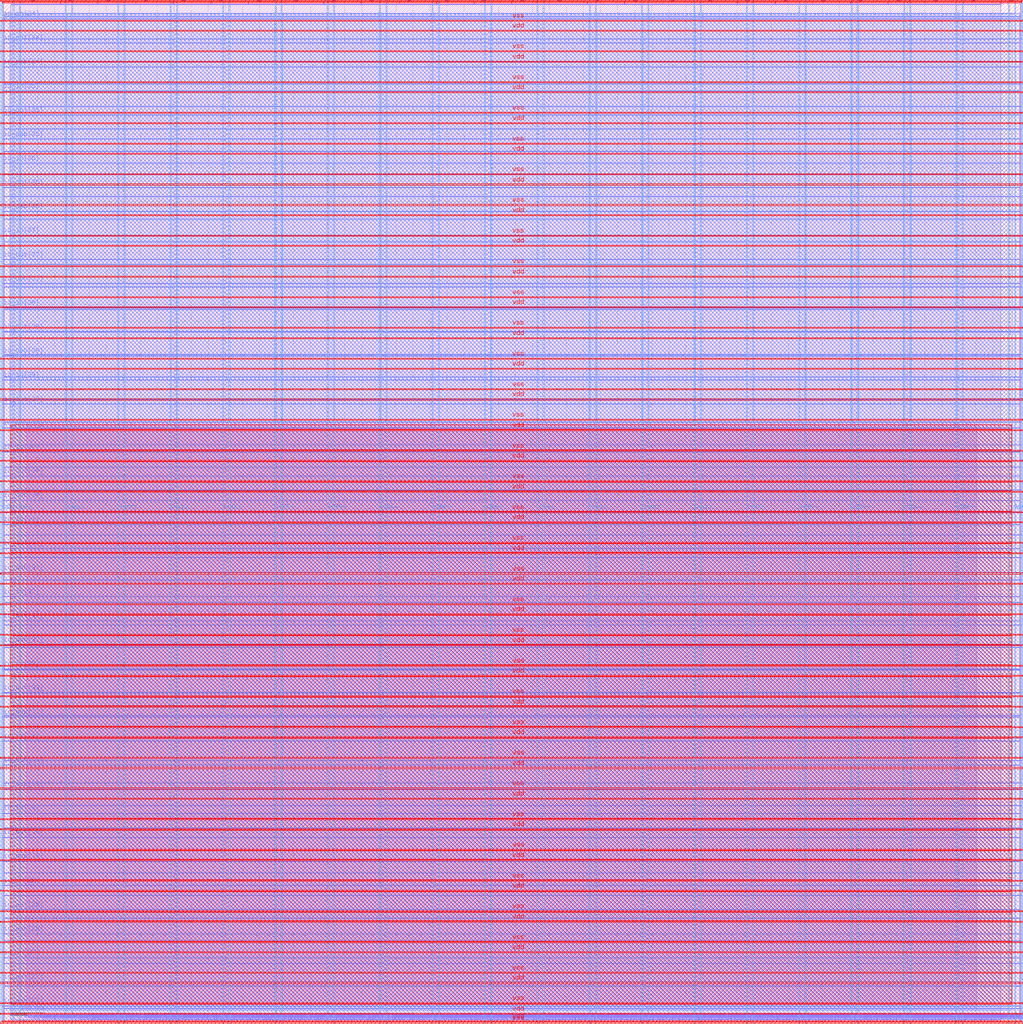
<source format=lef>
VERSION 5.7 ;
  NOWIREEXTENSIONATPIN ON ;
  DIVIDERCHAR "/" ;
  BUSBITCHARS "[]" ;
MACRO user_project_wrapper
  CLASS BLOCK ;
  FOREIGN user_project_wrapper ;
  ORIGIN 0.000 0.000 ;
  SIZE 2980.200 BY 2980.200 ;
  PIN io_in[0]
    DIRECTION INPUT ;
    USE SIGNAL ;
    PORT
      LAYER Metal3 ;
        RECT 2977.800 35.560 2985.000 36.680 ;
    END
  END io_in[0]
  PIN io_in[10]
    DIRECTION INPUT ;
    USE SIGNAL ;
    PORT
      LAYER Metal3 ;
        RECT 2977.800 2017.960 2985.000 2019.080 ;
    END
  END io_in[10]
  PIN io_in[11]
    DIRECTION INPUT ;
    USE SIGNAL ;
    PORT
      LAYER Metal3 ;
        RECT 2977.800 2216.200 2985.000 2217.320 ;
    END
  END io_in[11]
  PIN io_in[12]
    DIRECTION INPUT ;
    USE SIGNAL ;
    PORT
      LAYER Metal3 ;
        RECT 2977.800 2414.440 2985.000 2415.560 ;
    END
  END io_in[12]
  PIN io_in[13]
    DIRECTION INPUT ;
    USE SIGNAL ;
    PORT
      LAYER Metal3 ;
        RECT 2977.800 2612.680 2985.000 2613.800 ;
    END
  END io_in[13]
  PIN io_in[14]
    DIRECTION INPUT ;
    USE SIGNAL ;
    PORT
      LAYER Metal3 ;
        RECT 2977.800 2810.920 2985.000 2812.040 ;
    END
  END io_in[14]
  PIN io_in[15]
    DIRECTION INPUT ;
    USE SIGNAL ;
    PORT
      LAYER Metal2 ;
        RECT 2923.480 2977.800 2924.600 2985.000 ;
    END
  END io_in[15]
  PIN io_in[16]
    DIRECTION INPUT ;
    USE SIGNAL ;
    PORT
      LAYER Metal2 ;
        RECT 2592.520 2977.800 2593.640 2985.000 ;
    END
  END io_in[16]
  PIN io_in[17]
    DIRECTION INPUT ;
    USE SIGNAL ;
    PORT
      LAYER Metal2 ;
        RECT 2261.560 2977.800 2262.680 2985.000 ;
    END
  END io_in[17]
  PIN io_in[18]
    DIRECTION INPUT ;
    USE SIGNAL ;
    PORT
      LAYER Metal2 ;
        RECT 1930.600 2977.800 1931.720 2985.000 ;
    END
  END io_in[18]
  PIN io_in[19]
    DIRECTION INPUT ;
    USE SIGNAL ;
    PORT
      LAYER Metal2 ;
        RECT 1599.640 2977.800 1600.760 2985.000 ;
    END
  END io_in[19]
  PIN io_in[1]
    DIRECTION INPUT ;
    USE SIGNAL ;
    PORT
      LAYER Metal3 ;
        RECT 2977.800 233.800 2985.000 234.920 ;
    END
  END io_in[1]
  PIN io_in[20]
    DIRECTION INPUT ;
    USE SIGNAL ;
    PORT
      LAYER Metal2 ;
        RECT 1268.680 2977.800 1269.800 2985.000 ;
    END
  END io_in[20]
  PIN io_in[21]
    DIRECTION INPUT ;
    USE SIGNAL ;
    PORT
      LAYER Metal2 ;
        RECT 937.720 2977.800 938.840 2985.000 ;
    END
  END io_in[21]
  PIN io_in[22]
    DIRECTION INPUT ;
    USE SIGNAL ;
    PORT
      LAYER Metal2 ;
        RECT 606.760 2977.800 607.880 2985.000 ;
    END
  END io_in[22]
  PIN io_in[23]
    DIRECTION INPUT ;
    USE SIGNAL ;
    PORT
      LAYER Metal2 ;
        RECT 275.800 2977.800 276.920 2985.000 ;
    END
  END io_in[23]
  PIN io_in[24]
    DIRECTION INPUT ;
    USE SIGNAL ;
    PORT
      LAYER Metal3 ;
        RECT -4.800 2935.800 2.400 2936.920 ;
    END
  END io_in[24]
  PIN io_in[25]
    DIRECTION INPUT ;
    USE SIGNAL ;
    PORT
      LAYER Metal3 ;
        RECT -4.800 2724.120 2.400 2725.240 ;
    END
  END io_in[25]
  PIN io_in[26]
    DIRECTION INPUT ;
    USE SIGNAL ;
    PORT
      LAYER Metal3 ;
        RECT -4.800 2512.440 2.400 2513.560 ;
    END
  END io_in[26]
  PIN io_in[27]
    DIRECTION INPUT ;
    USE SIGNAL ;
    PORT
      LAYER Metal3 ;
        RECT -4.800 2300.760 2.400 2301.880 ;
    END
  END io_in[27]
  PIN io_in[28]
    DIRECTION INPUT ;
    USE SIGNAL ;
    PORT
      LAYER Metal3 ;
        RECT -4.800 2089.080 2.400 2090.200 ;
    END
  END io_in[28]
  PIN io_in[29]
    DIRECTION INPUT ;
    USE SIGNAL ;
    PORT
      LAYER Metal3 ;
        RECT -4.800 1877.400 2.400 1878.520 ;
    END
  END io_in[29]
  PIN io_in[2]
    DIRECTION INPUT ;
    USE SIGNAL ;
    PORT
      LAYER Metal3 ;
        RECT 2977.800 432.040 2985.000 433.160 ;
    END
  END io_in[2]
  PIN io_in[30]
    DIRECTION INPUT ;
    USE SIGNAL ;
    PORT
      LAYER Metal3 ;
        RECT -4.800 1665.720 2.400 1666.840 ;
    END
  END io_in[30]
  PIN io_in[31]
    DIRECTION INPUT ;
    USE SIGNAL ;
    PORT
      LAYER Metal3 ;
        RECT -4.800 1454.040 2.400 1455.160 ;
    END
  END io_in[31]
  PIN io_in[32]
    DIRECTION INPUT ;
    USE SIGNAL ;
    PORT
      LAYER Metal3 ;
        RECT -4.800 1242.360 2.400 1243.480 ;
    END
  END io_in[32]
  PIN io_in[33]
    DIRECTION INPUT ;
    USE SIGNAL ;
    PORT
      LAYER Metal3 ;
        RECT -4.800 1030.680 2.400 1031.800 ;
    END
  END io_in[33]
  PIN io_in[34]
    DIRECTION INPUT ;
    USE SIGNAL ;
    PORT
      LAYER Metal3 ;
        RECT -4.800 819.000 2.400 820.120 ;
    END
  END io_in[34]
  PIN io_in[35]
    DIRECTION INPUT ;
    USE SIGNAL ;
    PORT
      LAYER Metal3 ;
        RECT -4.800 607.320 2.400 608.440 ;
    END
  END io_in[35]
  PIN io_in[36]
    DIRECTION INPUT ;
    USE SIGNAL ;
    PORT
      LAYER Metal3 ;
        RECT -4.800 395.640 2.400 396.760 ;
    END
  END io_in[36]
  PIN io_in[37]
    DIRECTION INPUT ;
    USE SIGNAL ;
    PORT
      LAYER Metal3 ;
        RECT -4.800 183.960 2.400 185.080 ;
    END
  END io_in[37]
  PIN io_in[3]
    DIRECTION INPUT ;
    USE SIGNAL ;
    PORT
      LAYER Metal3 ;
        RECT 2977.800 630.280 2985.000 631.400 ;
    END
  END io_in[3]
  PIN io_in[4]
    DIRECTION INPUT ;
    USE SIGNAL ;
    PORT
      LAYER Metal3 ;
        RECT 2977.800 828.520 2985.000 829.640 ;
    END
  END io_in[4]
  PIN io_in[5]
    DIRECTION INPUT ;
    USE SIGNAL ;
    PORT
      LAYER Metal3 ;
        RECT 2977.800 1026.760 2985.000 1027.880 ;
    END
  END io_in[5]
  PIN io_in[6]
    DIRECTION INPUT ;
    USE SIGNAL ;
    PORT
      LAYER Metal3 ;
        RECT 2977.800 1225.000 2985.000 1226.120 ;
    END
  END io_in[6]
  PIN io_in[7]
    DIRECTION INPUT ;
    USE SIGNAL ;
    PORT
      LAYER Metal3 ;
        RECT 2977.800 1423.240 2985.000 1424.360 ;
    END
  END io_in[7]
  PIN io_in[8]
    DIRECTION INPUT ;
    USE SIGNAL ;
    PORT
      LAYER Metal3 ;
        RECT 2977.800 1621.480 2985.000 1622.600 ;
    END
  END io_in[8]
  PIN io_in[9]
    DIRECTION INPUT ;
    USE SIGNAL ;
    PORT
      LAYER Metal3 ;
        RECT 2977.800 1819.720 2985.000 1820.840 ;
    END
  END io_in[9]
  PIN io_oeb[0]
    DIRECTION OUTPUT TRISTATE ;
    USE SIGNAL ;
    PORT
      LAYER Metal3 ;
        RECT 2977.800 167.720 2985.000 168.840 ;
    END
  END io_oeb[0]
  PIN io_oeb[10]
    DIRECTION OUTPUT TRISTATE ;
    USE SIGNAL ;
    PORT
      LAYER Metal3 ;
        RECT 2977.800 2150.120 2985.000 2151.240 ;
    END
  END io_oeb[10]
  PIN io_oeb[11]
    DIRECTION OUTPUT TRISTATE ;
    USE SIGNAL ;
    PORT
      LAYER Metal3 ;
        RECT 2977.800 2348.360 2985.000 2349.480 ;
    END
  END io_oeb[11]
  PIN io_oeb[12]
    DIRECTION OUTPUT TRISTATE ;
    USE SIGNAL ;
    PORT
      LAYER Metal3 ;
        RECT 2977.800 2546.600 2985.000 2547.720 ;
    END
  END io_oeb[12]
  PIN io_oeb[13]
    DIRECTION OUTPUT TRISTATE ;
    USE SIGNAL ;
    PORT
      LAYER Metal3 ;
        RECT 2977.800 2744.840 2985.000 2745.960 ;
    END
  END io_oeb[13]
  PIN io_oeb[14]
    DIRECTION OUTPUT TRISTATE ;
    USE SIGNAL ;
    PORT
      LAYER Metal3 ;
        RECT 2977.800 2943.080 2985.000 2944.200 ;
    END
  END io_oeb[14]
  PIN io_oeb[15]
    DIRECTION OUTPUT TRISTATE ;
    USE SIGNAL ;
    PORT
      LAYER Metal2 ;
        RECT 2702.840 2977.800 2703.960 2985.000 ;
    END
  END io_oeb[15]
  PIN io_oeb[16]
    DIRECTION OUTPUT TRISTATE ;
    USE SIGNAL ;
    PORT
      LAYER Metal2 ;
        RECT 2371.880 2977.800 2373.000 2985.000 ;
    END
  END io_oeb[16]
  PIN io_oeb[17]
    DIRECTION OUTPUT TRISTATE ;
    USE SIGNAL ;
    PORT
      LAYER Metal2 ;
        RECT 2040.920 2977.800 2042.040 2985.000 ;
    END
  END io_oeb[17]
  PIN io_oeb[18]
    DIRECTION OUTPUT TRISTATE ;
    USE SIGNAL ;
    PORT
      LAYER Metal2 ;
        RECT 1709.960 2977.800 1711.080 2985.000 ;
    END
  END io_oeb[18]
  PIN io_oeb[19]
    DIRECTION OUTPUT TRISTATE ;
    USE SIGNAL ;
    PORT
      LAYER Metal2 ;
        RECT 1379.000 2977.800 1380.120 2985.000 ;
    END
  END io_oeb[19]
  PIN io_oeb[1]
    DIRECTION OUTPUT TRISTATE ;
    USE SIGNAL ;
    PORT
      LAYER Metal3 ;
        RECT 2977.800 365.960 2985.000 367.080 ;
    END
  END io_oeb[1]
  PIN io_oeb[20]
    DIRECTION OUTPUT TRISTATE ;
    USE SIGNAL ;
    PORT
      LAYER Metal2 ;
        RECT 1048.040 2977.800 1049.160 2985.000 ;
    END
  END io_oeb[20]
  PIN io_oeb[21]
    DIRECTION OUTPUT TRISTATE ;
    USE SIGNAL ;
    PORT
      LAYER Metal2 ;
        RECT 717.080 2977.800 718.200 2985.000 ;
    END
  END io_oeb[21]
  PIN io_oeb[22]
    DIRECTION OUTPUT TRISTATE ;
    USE SIGNAL ;
    PORT
      LAYER Metal2 ;
        RECT 386.120 2977.800 387.240 2985.000 ;
    END
  END io_oeb[22]
  PIN io_oeb[23]
    DIRECTION OUTPUT TRISTATE ;
    USE SIGNAL ;
    PORT
      LAYER Metal2 ;
        RECT 55.160 2977.800 56.280 2985.000 ;
    END
  END io_oeb[23]
  PIN io_oeb[24]
    DIRECTION OUTPUT TRISTATE ;
    USE SIGNAL ;
    PORT
      LAYER Metal3 ;
        RECT -4.800 2794.680 2.400 2795.800 ;
    END
  END io_oeb[24]
  PIN io_oeb[25]
    DIRECTION OUTPUT TRISTATE ;
    USE SIGNAL ;
    PORT
      LAYER Metal3 ;
        RECT -4.800 2583.000 2.400 2584.120 ;
    END
  END io_oeb[25]
  PIN io_oeb[26]
    DIRECTION OUTPUT TRISTATE ;
    USE SIGNAL ;
    PORT
      LAYER Metal3 ;
        RECT -4.800 2371.320 2.400 2372.440 ;
    END
  END io_oeb[26]
  PIN io_oeb[27]
    DIRECTION OUTPUT TRISTATE ;
    USE SIGNAL ;
    PORT
      LAYER Metal3 ;
        RECT -4.800 2159.640 2.400 2160.760 ;
    END
  END io_oeb[27]
  PIN io_oeb[28]
    DIRECTION OUTPUT TRISTATE ;
    USE SIGNAL ;
    PORT
      LAYER Metal3 ;
        RECT -4.800 1947.960 2.400 1949.080 ;
    END
  END io_oeb[28]
  PIN io_oeb[29]
    DIRECTION OUTPUT TRISTATE ;
    USE SIGNAL ;
    PORT
      LAYER Metal3 ;
        RECT -4.800 1736.280 2.400 1737.400 ;
    END
  END io_oeb[29]
  PIN io_oeb[2]
    DIRECTION OUTPUT TRISTATE ;
    USE SIGNAL ;
    PORT
      LAYER Metal3 ;
        RECT 2977.800 564.200 2985.000 565.320 ;
    END
  END io_oeb[2]
  PIN io_oeb[30]
    DIRECTION OUTPUT TRISTATE ;
    USE SIGNAL ;
    PORT
      LAYER Metal3 ;
        RECT -4.800 1524.600 2.400 1525.720 ;
    END
  END io_oeb[30]
  PIN io_oeb[31]
    DIRECTION OUTPUT TRISTATE ;
    USE SIGNAL ;
    PORT
      LAYER Metal3 ;
        RECT -4.800 1312.920 2.400 1314.040 ;
    END
  END io_oeb[31]
  PIN io_oeb[32]
    DIRECTION OUTPUT TRISTATE ;
    USE SIGNAL ;
    PORT
      LAYER Metal3 ;
        RECT -4.800 1101.240 2.400 1102.360 ;
    END
  END io_oeb[32]
  PIN io_oeb[33]
    DIRECTION OUTPUT TRISTATE ;
    USE SIGNAL ;
    PORT
      LAYER Metal3 ;
        RECT -4.800 889.560 2.400 890.680 ;
    END
  END io_oeb[33]
  PIN io_oeb[34]
    DIRECTION OUTPUT TRISTATE ;
    USE SIGNAL ;
    PORT
      LAYER Metal3 ;
        RECT -4.800 677.880 2.400 679.000 ;
    END
  END io_oeb[34]
  PIN io_oeb[35]
    DIRECTION OUTPUT TRISTATE ;
    USE SIGNAL ;
    PORT
      LAYER Metal3 ;
        RECT -4.800 466.200 2.400 467.320 ;
    END
  END io_oeb[35]
  PIN io_oeb[36]
    DIRECTION OUTPUT TRISTATE ;
    USE SIGNAL ;
    PORT
      LAYER Metal3 ;
        RECT -4.800 254.520 2.400 255.640 ;
    END
  END io_oeb[36]
  PIN io_oeb[37]
    DIRECTION OUTPUT TRISTATE ;
    USE SIGNAL ;
    PORT
      LAYER Metal3 ;
        RECT -4.800 42.840 2.400 43.960 ;
    END
  END io_oeb[37]
  PIN io_oeb[3]
    DIRECTION OUTPUT TRISTATE ;
    USE SIGNAL ;
    PORT
      LAYER Metal3 ;
        RECT 2977.800 762.440 2985.000 763.560 ;
    END
  END io_oeb[3]
  PIN io_oeb[4]
    DIRECTION OUTPUT TRISTATE ;
    USE SIGNAL ;
    PORT
      LAYER Metal3 ;
        RECT 2977.800 960.680 2985.000 961.800 ;
    END
  END io_oeb[4]
  PIN io_oeb[5]
    DIRECTION OUTPUT TRISTATE ;
    USE SIGNAL ;
    PORT
      LAYER Metal3 ;
        RECT 2977.800 1158.920 2985.000 1160.040 ;
    END
  END io_oeb[5]
  PIN io_oeb[6]
    DIRECTION OUTPUT TRISTATE ;
    USE SIGNAL ;
    PORT
      LAYER Metal3 ;
        RECT 2977.800 1357.160 2985.000 1358.280 ;
    END
  END io_oeb[6]
  PIN io_oeb[7]
    DIRECTION OUTPUT TRISTATE ;
    USE SIGNAL ;
    PORT
      LAYER Metal3 ;
        RECT 2977.800 1555.400 2985.000 1556.520 ;
    END
  END io_oeb[7]
  PIN io_oeb[8]
    DIRECTION OUTPUT TRISTATE ;
    USE SIGNAL ;
    PORT
      LAYER Metal3 ;
        RECT 2977.800 1753.640 2985.000 1754.760 ;
    END
  END io_oeb[8]
  PIN io_oeb[9]
    DIRECTION OUTPUT TRISTATE ;
    USE SIGNAL ;
    PORT
      LAYER Metal3 ;
        RECT 2977.800 1951.880 2985.000 1953.000 ;
    END
  END io_oeb[9]
  PIN io_out[0]
    DIRECTION OUTPUT TRISTATE ;
    USE SIGNAL ;
    PORT
      LAYER Metal3 ;
        RECT 2977.800 101.640 2985.000 102.760 ;
    END
  END io_out[0]
  PIN io_out[10]
    DIRECTION OUTPUT TRISTATE ;
    USE SIGNAL ;
    PORT
      LAYER Metal3 ;
        RECT 2977.800 2084.040 2985.000 2085.160 ;
    END
  END io_out[10]
  PIN io_out[11]
    DIRECTION OUTPUT TRISTATE ;
    USE SIGNAL ;
    PORT
      LAYER Metal3 ;
        RECT 2977.800 2282.280 2985.000 2283.400 ;
    END
  END io_out[11]
  PIN io_out[12]
    DIRECTION OUTPUT TRISTATE ;
    USE SIGNAL ;
    PORT
      LAYER Metal3 ;
        RECT 2977.800 2480.520 2985.000 2481.640 ;
    END
  END io_out[12]
  PIN io_out[13]
    DIRECTION OUTPUT TRISTATE ;
    USE SIGNAL ;
    PORT
      LAYER Metal3 ;
        RECT 2977.800 2678.760 2985.000 2679.880 ;
    END
  END io_out[13]
  PIN io_out[14]
    DIRECTION OUTPUT TRISTATE ;
    USE SIGNAL ;
    PORT
      LAYER Metal3 ;
        RECT 2977.800 2877.000 2985.000 2878.120 ;
    END
  END io_out[14]
  PIN io_out[15]
    DIRECTION OUTPUT TRISTATE ;
    USE SIGNAL ;
    PORT
      LAYER Metal2 ;
        RECT 2813.160 2977.800 2814.280 2985.000 ;
    END
  END io_out[15]
  PIN io_out[16]
    DIRECTION OUTPUT TRISTATE ;
    USE SIGNAL ;
    PORT
      LAYER Metal2 ;
        RECT 2482.200 2977.800 2483.320 2985.000 ;
    END
  END io_out[16]
  PIN io_out[17]
    DIRECTION OUTPUT TRISTATE ;
    USE SIGNAL ;
    PORT
      LAYER Metal2 ;
        RECT 2151.240 2977.800 2152.360 2985.000 ;
    END
  END io_out[17]
  PIN io_out[18]
    DIRECTION OUTPUT TRISTATE ;
    USE SIGNAL ;
    PORT
      LAYER Metal2 ;
        RECT 1820.280 2977.800 1821.400 2985.000 ;
    END
  END io_out[18]
  PIN io_out[19]
    DIRECTION OUTPUT TRISTATE ;
    USE SIGNAL ;
    PORT
      LAYER Metal2 ;
        RECT 1489.320 2977.800 1490.440 2985.000 ;
    END
  END io_out[19]
  PIN io_out[1]
    DIRECTION OUTPUT TRISTATE ;
    USE SIGNAL ;
    PORT
      LAYER Metal3 ;
        RECT 2977.800 299.880 2985.000 301.000 ;
    END
  END io_out[1]
  PIN io_out[20]
    DIRECTION OUTPUT TRISTATE ;
    USE SIGNAL ;
    PORT
      LAYER Metal2 ;
        RECT 1158.360 2977.800 1159.480 2985.000 ;
    END
  END io_out[20]
  PIN io_out[21]
    DIRECTION OUTPUT TRISTATE ;
    USE SIGNAL ;
    PORT
      LAYER Metal2 ;
        RECT 827.400 2977.800 828.520 2985.000 ;
    END
  END io_out[21]
  PIN io_out[22]
    DIRECTION OUTPUT TRISTATE ;
    USE SIGNAL ;
    PORT
      LAYER Metal2 ;
        RECT 496.440 2977.800 497.560 2985.000 ;
    END
  END io_out[22]
  PIN io_out[23]
    DIRECTION OUTPUT TRISTATE ;
    USE SIGNAL ;
    PORT
      LAYER Metal2 ;
        RECT 165.480 2977.800 166.600 2985.000 ;
    END
  END io_out[23]
  PIN io_out[24]
    DIRECTION OUTPUT TRISTATE ;
    USE SIGNAL ;
    PORT
      LAYER Metal3 ;
        RECT -4.800 2865.240 2.400 2866.360 ;
    END
  END io_out[24]
  PIN io_out[25]
    DIRECTION OUTPUT TRISTATE ;
    USE SIGNAL ;
    PORT
      LAYER Metal3 ;
        RECT -4.800 2653.560 2.400 2654.680 ;
    END
  END io_out[25]
  PIN io_out[26]
    DIRECTION OUTPUT TRISTATE ;
    USE SIGNAL ;
    PORT
      LAYER Metal3 ;
        RECT -4.800 2441.880 2.400 2443.000 ;
    END
  END io_out[26]
  PIN io_out[27]
    DIRECTION OUTPUT TRISTATE ;
    USE SIGNAL ;
    PORT
      LAYER Metal3 ;
        RECT -4.800 2230.200 2.400 2231.320 ;
    END
  END io_out[27]
  PIN io_out[28]
    DIRECTION OUTPUT TRISTATE ;
    USE SIGNAL ;
    PORT
      LAYER Metal3 ;
        RECT -4.800 2018.520 2.400 2019.640 ;
    END
  END io_out[28]
  PIN io_out[29]
    DIRECTION OUTPUT TRISTATE ;
    USE SIGNAL ;
    PORT
      LAYER Metal3 ;
        RECT -4.800 1806.840 2.400 1807.960 ;
    END
  END io_out[29]
  PIN io_out[2]
    DIRECTION OUTPUT TRISTATE ;
    USE SIGNAL ;
    PORT
      LAYER Metal3 ;
        RECT 2977.800 498.120 2985.000 499.240 ;
    END
  END io_out[2]
  PIN io_out[30]
    DIRECTION OUTPUT TRISTATE ;
    USE SIGNAL ;
    PORT
      LAYER Metal3 ;
        RECT -4.800 1595.160 2.400 1596.280 ;
    END
  END io_out[30]
  PIN io_out[31]
    DIRECTION OUTPUT TRISTATE ;
    USE SIGNAL ;
    PORT
      LAYER Metal3 ;
        RECT -4.800 1383.480 2.400 1384.600 ;
    END
  END io_out[31]
  PIN io_out[32]
    DIRECTION OUTPUT TRISTATE ;
    USE SIGNAL ;
    PORT
      LAYER Metal3 ;
        RECT -4.800 1171.800 2.400 1172.920 ;
    END
  END io_out[32]
  PIN io_out[33]
    DIRECTION OUTPUT TRISTATE ;
    USE SIGNAL ;
    PORT
      LAYER Metal3 ;
        RECT -4.800 960.120 2.400 961.240 ;
    END
  END io_out[33]
  PIN io_out[34]
    DIRECTION OUTPUT TRISTATE ;
    USE SIGNAL ;
    PORT
      LAYER Metal3 ;
        RECT -4.800 748.440 2.400 749.560 ;
    END
  END io_out[34]
  PIN io_out[35]
    DIRECTION OUTPUT TRISTATE ;
    USE SIGNAL ;
    PORT
      LAYER Metal3 ;
        RECT -4.800 536.760 2.400 537.880 ;
    END
  END io_out[35]
  PIN io_out[36]
    DIRECTION OUTPUT TRISTATE ;
    USE SIGNAL ;
    PORT
      LAYER Metal3 ;
        RECT -4.800 325.080 2.400 326.200 ;
    END
  END io_out[36]
  PIN io_out[37]
    DIRECTION OUTPUT TRISTATE ;
    USE SIGNAL ;
    PORT
      LAYER Metal3 ;
        RECT -4.800 113.400 2.400 114.520 ;
    END
  END io_out[37]
  PIN io_out[3]
    DIRECTION OUTPUT TRISTATE ;
    USE SIGNAL ;
    PORT
      LAYER Metal3 ;
        RECT 2977.800 696.360 2985.000 697.480 ;
    END
  END io_out[3]
  PIN io_out[4]
    DIRECTION OUTPUT TRISTATE ;
    USE SIGNAL ;
    PORT
      LAYER Metal3 ;
        RECT 2977.800 894.600 2985.000 895.720 ;
    END
  END io_out[4]
  PIN io_out[5]
    DIRECTION OUTPUT TRISTATE ;
    USE SIGNAL ;
    PORT
      LAYER Metal3 ;
        RECT 2977.800 1092.840 2985.000 1093.960 ;
    END
  END io_out[5]
  PIN io_out[6]
    DIRECTION OUTPUT TRISTATE ;
    USE SIGNAL ;
    PORT
      LAYER Metal3 ;
        RECT 2977.800 1291.080 2985.000 1292.200 ;
    END
  END io_out[6]
  PIN io_out[7]
    DIRECTION OUTPUT TRISTATE ;
    USE SIGNAL ;
    PORT
      LAYER Metal3 ;
        RECT 2977.800 1489.320 2985.000 1490.440 ;
    END
  END io_out[7]
  PIN io_out[8]
    DIRECTION OUTPUT TRISTATE ;
    USE SIGNAL ;
    PORT
      LAYER Metal3 ;
        RECT 2977.800 1687.560 2985.000 1688.680 ;
    END
  END io_out[8]
  PIN io_out[9]
    DIRECTION OUTPUT TRISTATE ;
    USE SIGNAL ;
    PORT
      LAYER Metal3 ;
        RECT 2977.800 1885.800 2985.000 1886.920 ;
    END
  END io_out[9]
  PIN la_data_in[0]
    DIRECTION INPUT ;
    USE SIGNAL ;
    PORT
      LAYER Metal2 ;
        RECT 1065.960 -4.800 1067.080 2.400 ;
    END
  END la_data_in[0]
  PIN la_data_in[10]
    DIRECTION INPUT ;
    USE SIGNAL ;
    PORT
      LAYER Metal2 ;
        RECT 1351.560 -4.800 1352.680 2.400 ;
    END
  END la_data_in[10]
  PIN la_data_in[11]
    DIRECTION INPUT ;
    USE SIGNAL ;
    PORT
      LAYER Metal2 ;
        RECT 1380.120 -4.800 1381.240 2.400 ;
    END
  END la_data_in[11]
  PIN la_data_in[12]
    DIRECTION INPUT ;
    USE SIGNAL ;
    PORT
      LAYER Metal2 ;
        RECT 1408.680 -4.800 1409.800 2.400 ;
    END
  END la_data_in[12]
  PIN la_data_in[13]
    DIRECTION INPUT ;
    USE SIGNAL ;
    PORT
      LAYER Metal2 ;
        RECT 1437.240 -4.800 1438.360 2.400 ;
    END
  END la_data_in[13]
  PIN la_data_in[14]
    DIRECTION INPUT ;
    USE SIGNAL ;
    PORT
      LAYER Metal2 ;
        RECT 1465.800 -4.800 1466.920 2.400 ;
    END
  END la_data_in[14]
  PIN la_data_in[15]
    DIRECTION INPUT ;
    USE SIGNAL ;
    PORT
      LAYER Metal2 ;
        RECT 1494.360 -4.800 1495.480 2.400 ;
    END
  END la_data_in[15]
  PIN la_data_in[16]
    DIRECTION INPUT ;
    USE SIGNAL ;
    PORT
      LAYER Metal2 ;
        RECT 1522.920 -4.800 1524.040 2.400 ;
    END
  END la_data_in[16]
  PIN la_data_in[17]
    DIRECTION INPUT ;
    USE SIGNAL ;
    PORT
      LAYER Metal2 ;
        RECT 1551.480 -4.800 1552.600 2.400 ;
    END
  END la_data_in[17]
  PIN la_data_in[18]
    DIRECTION INPUT ;
    USE SIGNAL ;
    PORT
      LAYER Metal2 ;
        RECT 1580.040 -4.800 1581.160 2.400 ;
    END
  END la_data_in[18]
  PIN la_data_in[19]
    DIRECTION INPUT ;
    USE SIGNAL ;
    PORT
      LAYER Metal2 ;
        RECT 1608.600 -4.800 1609.720 2.400 ;
    END
  END la_data_in[19]
  PIN la_data_in[1]
    DIRECTION INPUT ;
    USE SIGNAL ;
    PORT
      LAYER Metal2 ;
        RECT 1094.520 -4.800 1095.640 2.400 ;
    END
  END la_data_in[1]
  PIN la_data_in[20]
    DIRECTION INPUT ;
    USE SIGNAL ;
    PORT
      LAYER Metal2 ;
        RECT 1637.160 -4.800 1638.280 2.400 ;
    END
  END la_data_in[20]
  PIN la_data_in[21]
    DIRECTION INPUT ;
    USE SIGNAL ;
    PORT
      LAYER Metal2 ;
        RECT 1665.720 -4.800 1666.840 2.400 ;
    END
  END la_data_in[21]
  PIN la_data_in[22]
    DIRECTION INPUT ;
    USE SIGNAL ;
    PORT
      LAYER Metal2 ;
        RECT 1694.280 -4.800 1695.400 2.400 ;
    END
  END la_data_in[22]
  PIN la_data_in[23]
    DIRECTION INPUT ;
    USE SIGNAL ;
    PORT
      LAYER Metal2 ;
        RECT 1722.840 -4.800 1723.960 2.400 ;
    END
  END la_data_in[23]
  PIN la_data_in[24]
    DIRECTION INPUT ;
    USE SIGNAL ;
    PORT
      LAYER Metal2 ;
        RECT 1751.400 -4.800 1752.520 2.400 ;
    END
  END la_data_in[24]
  PIN la_data_in[25]
    DIRECTION INPUT ;
    USE SIGNAL ;
    PORT
      LAYER Metal2 ;
        RECT 1779.960 -4.800 1781.080 2.400 ;
    END
  END la_data_in[25]
  PIN la_data_in[26]
    DIRECTION INPUT ;
    USE SIGNAL ;
    PORT
      LAYER Metal2 ;
        RECT 1808.520 -4.800 1809.640 2.400 ;
    END
  END la_data_in[26]
  PIN la_data_in[27]
    DIRECTION INPUT ;
    USE SIGNAL ;
    PORT
      LAYER Metal2 ;
        RECT 1837.080 -4.800 1838.200 2.400 ;
    END
  END la_data_in[27]
  PIN la_data_in[28]
    DIRECTION INPUT ;
    USE SIGNAL ;
    PORT
      LAYER Metal2 ;
        RECT 1865.640 -4.800 1866.760 2.400 ;
    END
  END la_data_in[28]
  PIN la_data_in[29]
    DIRECTION INPUT ;
    USE SIGNAL ;
    PORT
      LAYER Metal2 ;
        RECT 1894.200 -4.800 1895.320 2.400 ;
    END
  END la_data_in[29]
  PIN la_data_in[2]
    DIRECTION INPUT ;
    USE SIGNAL ;
    PORT
      LAYER Metal2 ;
        RECT 1123.080 -4.800 1124.200 2.400 ;
    END
  END la_data_in[2]
  PIN la_data_in[30]
    DIRECTION INPUT ;
    USE SIGNAL ;
    PORT
      LAYER Metal2 ;
        RECT 1922.760 -4.800 1923.880 2.400 ;
    END
  END la_data_in[30]
  PIN la_data_in[31]
    DIRECTION INPUT ;
    USE SIGNAL ;
    PORT
      LAYER Metal2 ;
        RECT 1951.320 -4.800 1952.440 2.400 ;
    END
  END la_data_in[31]
  PIN la_data_in[32]
    DIRECTION INPUT ;
    USE SIGNAL ;
    PORT
      LAYER Metal2 ;
        RECT 1979.880 -4.800 1981.000 2.400 ;
    END
  END la_data_in[32]
  PIN la_data_in[33]
    DIRECTION INPUT ;
    USE SIGNAL ;
    PORT
      LAYER Metal2 ;
        RECT 2008.440 -4.800 2009.560 2.400 ;
    END
  END la_data_in[33]
  PIN la_data_in[34]
    DIRECTION INPUT ;
    USE SIGNAL ;
    PORT
      LAYER Metal2 ;
        RECT 2037.000 -4.800 2038.120 2.400 ;
    END
  END la_data_in[34]
  PIN la_data_in[35]
    DIRECTION INPUT ;
    USE SIGNAL ;
    PORT
      LAYER Metal2 ;
        RECT 2065.560 -4.800 2066.680 2.400 ;
    END
  END la_data_in[35]
  PIN la_data_in[36]
    DIRECTION INPUT ;
    USE SIGNAL ;
    PORT
      LAYER Metal2 ;
        RECT 2094.120 -4.800 2095.240 2.400 ;
    END
  END la_data_in[36]
  PIN la_data_in[37]
    DIRECTION INPUT ;
    USE SIGNAL ;
    PORT
      LAYER Metal2 ;
        RECT 2122.680 -4.800 2123.800 2.400 ;
    END
  END la_data_in[37]
  PIN la_data_in[38]
    DIRECTION INPUT ;
    USE SIGNAL ;
    PORT
      LAYER Metal2 ;
        RECT 2151.240 -4.800 2152.360 2.400 ;
    END
  END la_data_in[38]
  PIN la_data_in[39]
    DIRECTION INPUT ;
    USE SIGNAL ;
    PORT
      LAYER Metal2 ;
        RECT 2179.800 -4.800 2180.920 2.400 ;
    END
  END la_data_in[39]
  PIN la_data_in[3]
    DIRECTION INPUT ;
    USE SIGNAL ;
    PORT
      LAYER Metal2 ;
        RECT 1151.640 -4.800 1152.760 2.400 ;
    END
  END la_data_in[3]
  PIN la_data_in[40]
    DIRECTION INPUT ;
    USE SIGNAL ;
    PORT
      LAYER Metal2 ;
        RECT 2208.360 -4.800 2209.480 2.400 ;
    END
  END la_data_in[40]
  PIN la_data_in[41]
    DIRECTION INPUT ;
    USE SIGNAL ;
    PORT
      LAYER Metal2 ;
        RECT 2236.920 -4.800 2238.040 2.400 ;
    END
  END la_data_in[41]
  PIN la_data_in[42]
    DIRECTION INPUT ;
    USE SIGNAL ;
    PORT
      LAYER Metal2 ;
        RECT 2265.480 -4.800 2266.600 2.400 ;
    END
  END la_data_in[42]
  PIN la_data_in[43]
    DIRECTION INPUT ;
    USE SIGNAL ;
    PORT
      LAYER Metal2 ;
        RECT 2294.040 -4.800 2295.160 2.400 ;
    END
  END la_data_in[43]
  PIN la_data_in[44]
    DIRECTION INPUT ;
    USE SIGNAL ;
    PORT
      LAYER Metal2 ;
        RECT 2322.600 -4.800 2323.720 2.400 ;
    END
  END la_data_in[44]
  PIN la_data_in[45]
    DIRECTION INPUT ;
    USE SIGNAL ;
    PORT
      LAYER Metal2 ;
        RECT 2351.160 -4.800 2352.280 2.400 ;
    END
  END la_data_in[45]
  PIN la_data_in[46]
    DIRECTION INPUT ;
    USE SIGNAL ;
    PORT
      LAYER Metal2 ;
        RECT 2379.720 -4.800 2380.840 2.400 ;
    END
  END la_data_in[46]
  PIN la_data_in[47]
    DIRECTION INPUT ;
    USE SIGNAL ;
    PORT
      LAYER Metal2 ;
        RECT 2408.280 -4.800 2409.400 2.400 ;
    END
  END la_data_in[47]
  PIN la_data_in[48]
    DIRECTION INPUT ;
    USE SIGNAL ;
    PORT
      LAYER Metal2 ;
        RECT 2436.840 -4.800 2437.960 2.400 ;
    END
  END la_data_in[48]
  PIN la_data_in[49]
    DIRECTION INPUT ;
    USE SIGNAL ;
    PORT
      LAYER Metal2 ;
        RECT 2465.400 -4.800 2466.520 2.400 ;
    END
  END la_data_in[49]
  PIN la_data_in[4]
    DIRECTION INPUT ;
    USE SIGNAL ;
    PORT
      LAYER Metal2 ;
        RECT 1180.200 -4.800 1181.320 2.400 ;
    END
  END la_data_in[4]
  PIN la_data_in[50]
    DIRECTION INPUT ;
    USE SIGNAL ;
    PORT
      LAYER Metal2 ;
        RECT 2493.960 -4.800 2495.080 2.400 ;
    END
  END la_data_in[50]
  PIN la_data_in[51]
    DIRECTION INPUT ;
    USE SIGNAL ;
    PORT
      LAYER Metal2 ;
        RECT 2522.520 -4.800 2523.640 2.400 ;
    END
  END la_data_in[51]
  PIN la_data_in[52]
    DIRECTION INPUT ;
    USE SIGNAL ;
    PORT
      LAYER Metal2 ;
        RECT 2551.080 -4.800 2552.200 2.400 ;
    END
  END la_data_in[52]
  PIN la_data_in[53]
    DIRECTION INPUT ;
    USE SIGNAL ;
    PORT
      LAYER Metal2 ;
        RECT 2579.640 -4.800 2580.760 2.400 ;
    END
  END la_data_in[53]
  PIN la_data_in[54]
    DIRECTION INPUT ;
    USE SIGNAL ;
    PORT
      LAYER Metal2 ;
        RECT 2608.200 -4.800 2609.320 2.400 ;
    END
  END la_data_in[54]
  PIN la_data_in[55]
    DIRECTION INPUT ;
    USE SIGNAL ;
    PORT
      LAYER Metal2 ;
        RECT 2636.760 -4.800 2637.880 2.400 ;
    END
  END la_data_in[55]
  PIN la_data_in[56]
    DIRECTION INPUT ;
    USE SIGNAL ;
    PORT
      LAYER Metal2 ;
        RECT 2665.320 -4.800 2666.440 2.400 ;
    END
  END la_data_in[56]
  PIN la_data_in[57]
    DIRECTION INPUT ;
    USE SIGNAL ;
    PORT
      LAYER Metal2 ;
        RECT 2693.880 -4.800 2695.000 2.400 ;
    END
  END la_data_in[57]
  PIN la_data_in[58]
    DIRECTION INPUT ;
    USE SIGNAL ;
    PORT
      LAYER Metal2 ;
        RECT 2722.440 -4.800 2723.560 2.400 ;
    END
  END la_data_in[58]
  PIN la_data_in[59]
    DIRECTION INPUT ;
    USE SIGNAL ;
    PORT
      LAYER Metal2 ;
        RECT 2751.000 -4.800 2752.120 2.400 ;
    END
  END la_data_in[59]
  PIN la_data_in[5]
    DIRECTION INPUT ;
    USE SIGNAL ;
    PORT
      LAYER Metal2 ;
        RECT 1208.760 -4.800 1209.880 2.400 ;
    END
  END la_data_in[5]
  PIN la_data_in[60]
    DIRECTION INPUT ;
    USE SIGNAL ;
    PORT
      LAYER Metal2 ;
        RECT 2779.560 -4.800 2780.680 2.400 ;
    END
  END la_data_in[60]
  PIN la_data_in[61]
    DIRECTION INPUT ;
    USE SIGNAL ;
    PORT
      LAYER Metal2 ;
        RECT 2808.120 -4.800 2809.240 2.400 ;
    END
  END la_data_in[61]
  PIN la_data_in[62]
    DIRECTION INPUT ;
    USE SIGNAL ;
    PORT
      LAYER Metal2 ;
        RECT 2836.680 -4.800 2837.800 2.400 ;
    END
  END la_data_in[62]
  PIN la_data_in[63]
    DIRECTION INPUT ;
    USE SIGNAL ;
    PORT
      LAYER Metal2 ;
        RECT 2865.240 -4.800 2866.360 2.400 ;
    END
  END la_data_in[63]
  PIN la_data_in[6]
    DIRECTION INPUT ;
    USE SIGNAL ;
    PORT
      LAYER Metal2 ;
        RECT 1237.320 -4.800 1238.440 2.400 ;
    END
  END la_data_in[6]
  PIN la_data_in[7]
    DIRECTION INPUT ;
    USE SIGNAL ;
    PORT
      LAYER Metal2 ;
        RECT 1265.880 -4.800 1267.000 2.400 ;
    END
  END la_data_in[7]
  PIN la_data_in[8]
    DIRECTION INPUT ;
    USE SIGNAL ;
    PORT
      LAYER Metal2 ;
        RECT 1294.440 -4.800 1295.560 2.400 ;
    END
  END la_data_in[8]
  PIN la_data_in[9]
    DIRECTION INPUT ;
    USE SIGNAL ;
    PORT
      LAYER Metal2 ;
        RECT 1323.000 -4.800 1324.120 2.400 ;
    END
  END la_data_in[9]
  PIN la_data_out[0]
    DIRECTION OUTPUT TRISTATE ;
    USE SIGNAL ;
    PORT
      LAYER Metal2 ;
        RECT 1075.480 -4.800 1076.600 2.400 ;
    END
  END la_data_out[0]
  PIN la_data_out[10]
    DIRECTION OUTPUT TRISTATE ;
    USE SIGNAL ;
    PORT
      LAYER Metal2 ;
        RECT 1361.080 -4.800 1362.200 2.400 ;
    END
  END la_data_out[10]
  PIN la_data_out[11]
    DIRECTION OUTPUT TRISTATE ;
    USE SIGNAL ;
    PORT
      LAYER Metal2 ;
        RECT 1389.640 -4.800 1390.760 2.400 ;
    END
  END la_data_out[11]
  PIN la_data_out[12]
    DIRECTION OUTPUT TRISTATE ;
    USE SIGNAL ;
    PORT
      LAYER Metal2 ;
        RECT 1418.200 -4.800 1419.320 2.400 ;
    END
  END la_data_out[12]
  PIN la_data_out[13]
    DIRECTION OUTPUT TRISTATE ;
    USE SIGNAL ;
    PORT
      LAYER Metal2 ;
        RECT 1446.760 -4.800 1447.880 2.400 ;
    END
  END la_data_out[13]
  PIN la_data_out[14]
    DIRECTION OUTPUT TRISTATE ;
    USE SIGNAL ;
    PORT
      LAYER Metal2 ;
        RECT 1475.320 -4.800 1476.440 2.400 ;
    END
  END la_data_out[14]
  PIN la_data_out[15]
    DIRECTION OUTPUT TRISTATE ;
    USE SIGNAL ;
    PORT
      LAYER Metal2 ;
        RECT 1503.880 -4.800 1505.000 2.400 ;
    END
  END la_data_out[15]
  PIN la_data_out[16]
    DIRECTION OUTPUT TRISTATE ;
    USE SIGNAL ;
    PORT
      LAYER Metal2 ;
        RECT 1532.440 -4.800 1533.560 2.400 ;
    END
  END la_data_out[16]
  PIN la_data_out[17]
    DIRECTION OUTPUT TRISTATE ;
    USE SIGNAL ;
    PORT
      LAYER Metal2 ;
        RECT 1561.000 -4.800 1562.120 2.400 ;
    END
  END la_data_out[17]
  PIN la_data_out[18]
    DIRECTION OUTPUT TRISTATE ;
    USE SIGNAL ;
    PORT
      LAYER Metal2 ;
        RECT 1589.560 -4.800 1590.680 2.400 ;
    END
  END la_data_out[18]
  PIN la_data_out[19]
    DIRECTION OUTPUT TRISTATE ;
    USE SIGNAL ;
    PORT
      LAYER Metal2 ;
        RECT 1618.120 -4.800 1619.240 2.400 ;
    END
  END la_data_out[19]
  PIN la_data_out[1]
    DIRECTION OUTPUT TRISTATE ;
    USE SIGNAL ;
    PORT
      LAYER Metal2 ;
        RECT 1104.040 -4.800 1105.160 2.400 ;
    END
  END la_data_out[1]
  PIN la_data_out[20]
    DIRECTION OUTPUT TRISTATE ;
    USE SIGNAL ;
    PORT
      LAYER Metal2 ;
        RECT 1646.680 -4.800 1647.800 2.400 ;
    END
  END la_data_out[20]
  PIN la_data_out[21]
    DIRECTION OUTPUT TRISTATE ;
    USE SIGNAL ;
    PORT
      LAYER Metal2 ;
        RECT 1675.240 -4.800 1676.360 2.400 ;
    END
  END la_data_out[21]
  PIN la_data_out[22]
    DIRECTION OUTPUT TRISTATE ;
    USE SIGNAL ;
    PORT
      LAYER Metal2 ;
        RECT 1703.800 -4.800 1704.920 2.400 ;
    END
  END la_data_out[22]
  PIN la_data_out[23]
    DIRECTION OUTPUT TRISTATE ;
    USE SIGNAL ;
    PORT
      LAYER Metal2 ;
        RECT 1732.360 -4.800 1733.480 2.400 ;
    END
  END la_data_out[23]
  PIN la_data_out[24]
    DIRECTION OUTPUT TRISTATE ;
    USE SIGNAL ;
    PORT
      LAYER Metal2 ;
        RECT 1760.920 -4.800 1762.040 2.400 ;
    END
  END la_data_out[24]
  PIN la_data_out[25]
    DIRECTION OUTPUT TRISTATE ;
    USE SIGNAL ;
    PORT
      LAYER Metal2 ;
        RECT 1789.480 -4.800 1790.600 2.400 ;
    END
  END la_data_out[25]
  PIN la_data_out[26]
    DIRECTION OUTPUT TRISTATE ;
    USE SIGNAL ;
    PORT
      LAYER Metal2 ;
        RECT 1818.040 -4.800 1819.160 2.400 ;
    END
  END la_data_out[26]
  PIN la_data_out[27]
    DIRECTION OUTPUT TRISTATE ;
    USE SIGNAL ;
    PORT
      LAYER Metal2 ;
        RECT 1846.600 -4.800 1847.720 2.400 ;
    END
  END la_data_out[27]
  PIN la_data_out[28]
    DIRECTION OUTPUT TRISTATE ;
    USE SIGNAL ;
    PORT
      LAYER Metal2 ;
        RECT 1875.160 -4.800 1876.280 2.400 ;
    END
  END la_data_out[28]
  PIN la_data_out[29]
    DIRECTION OUTPUT TRISTATE ;
    USE SIGNAL ;
    PORT
      LAYER Metal2 ;
        RECT 1903.720 -4.800 1904.840 2.400 ;
    END
  END la_data_out[29]
  PIN la_data_out[2]
    DIRECTION OUTPUT TRISTATE ;
    USE SIGNAL ;
    PORT
      LAYER Metal2 ;
        RECT 1132.600 -4.800 1133.720 2.400 ;
    END
  END la_data_out[2]
  PIN la_data_out[30]
    DIRECTION OUTPUT TRISTATE ;
    USE SIGNAL ;
    PORT
      LAYER Metal2 ;
        RECT 1932.280 -4.800 1933.400 2.400 ;
    END
  END la_data_out[30]
  PIN la_data_out[31]
    DIRECTION OUTPUT TRISTATE ;
    USE SIGNAL ;
    PORT
      LAYER Metal2 ;
        RECT 1960.840 -4.800 1961.960 2.400 ;
    END
  END la_data_out[31]
  PIN la_data_out[32]
    DIRECTION OUTPUT TRISTATE ;
    USE SIGNAL ;
    PORT
      LAYER Metal2 ;
        RECT 1989.400 -4.800 1990.520 2.400 ;
    END
  END la_data_out[32]
  PIN la_data_out[33]
    DIRECTION OUTPUT TRISTATE ;
    USE SIGNAL ;
    PORT
      LAYER Metal2 ;
        RECT 2017.960 -4.800 2019.080 2.400 ;
    END
  END la_data_out[33]
  PIN la_data_out[34]
    DIRECTION OUTPUT TRISTATE ;
    USE SIGNAL ;
    PORT
      LAYER Metal2 ;
        RECT 2046.520 -4.800 2047.640 2.400 ;
    END
  END la_data_out[34]
  PIN la_data_out[35]
    DIRECTION OUTPUT TRISTATE ;
    USE SIGNAL ;
    PORT
      LAYER Metal2 ;
        RECT 2075.080 -4.800 2076.200 2.400 ;
    END
  END la_data_out[35]
  PIN la_data_out[36]
    DIRECTION OUTPUT TRISTATE ;
    USE SIGNAL ;
    PORT
      LAYER Metal2 ;
        RECT 2103.640 -4.800 2104.760 2.400 ;
    END
  END la_data_out[36]
  PIN la_data_out[37]
    DIRECTION OUTPUT TRISTATE ;
    USE SIGNAL ;
    PORT
      LAYER Metal2 ;
        RECT 2132.200 -4.800 2133.320 2.400 ;
    END
  END la_data_out[37]
  PIN la_data_out[38]
    DIRECTION OUTPUT TRISTATE ;
    USE SIGNAL ;
    PORT
      LAYER Metal2 ;
        RECT 2160.760 -4.800 2161.880 2.400 ;
    END
  END la_data_out[38]
  PIN la_data_out[39]
    DIRECTION OUTPUT TRISTATE ;
    USE SIGNAL ;
    PORT
      LAYER Metal2 ;
        RECT 2189.320 -4.800 2190.440 2.400 ;
    END
  END la_data_out[39]
  PIN la_data_out[3]
    DIRECTION OUTPUT TRISTATE ;
    USE SIGNAL ;
    PORT
      LAYER Metal2 ;
        RECT 1161.160 -4.800 1162.280 2.400 ;
    END
  END la_data_out[3]
  PIN la_data_out[40]
    DIRECTION OUTPUT TRISTATE ;
    USE SIGNAL ;
    PORT
      LAYER Metal2 ;
        RECT 2217.880 -4.800 2219.000 2.400 ;
    END
  END la_data_out[40]
  PIN la_data_out[41]
    DIRECTION OUTPUT TRISTATE ;
    USE SIGNAL ;
    PORT
      LAYER Metal2 ;
        RECT 2246.440 -4.800 2247.560 2.400 ;
    END
  END la_data_out[41]
  PIN la_data_out[42]
    DIRECTION OUTPUT TRISTATE ;
    USE SIGNAL ;
    PORT
      LAYER Metal2 ;
        RECT 2275.000 -4.800 2276.120 2.400 ;
    END
  END la_data_out[42]
  PIN la_data_out[43]
    DIRECTION OUTPUT TRISTATE ;
    USE SIGNAL ;
    PORT
      LAYER Metal2 ;
        RECT 2303.560 -4.800 2304.680 2.400 ;
    END
  END la_data_out[43]
  PIN la_data_out[44]
    DIRECTION OUTPUT TRISTATE ;
    USE SIGNAL ;
    PORT
      LAYER Metal2 ;
        RECT 2332.120 -4.800 2333.240 2.400 ;
    END
  END la_data_out[44]
  PIN la_data_out[45]
    DIRECTION OUTPUT TRISTATE ;
    USE SIGNAL ;
    PORT
      LAYER Metal2 ;
        RECT 2360.680 -4.800 2361.800 2.400 ;
    END
  END la_data_out[45]
  PIN la_data_out[46]
    DIRECTION OUTPUT TRISTATE ;
    USE SIGNAL ;
    PORT
      LAYER Metal2 ;
        RECT 2389.240 -4.800 2390.360 2.400 ;
    END
  END la_data_out[46]
  PIN la_data_out[47]
    DIRECTION OUTPUT TRISTATE ;
    USE SIGNAL ;
    PORT
      LAYER Metal2 ;
        RECT 2417.800 -4.800 2418.920 2.400 ;
    END
  END la_data_out[47]
  PIN la_data_out[48]
    DIRECTION OUTPUT TRISTATE ;
    USE SIGNAL ;
    PORT
      LAYER Metal2 ;
        RECT 2446.360 -4.800 2447.480 2.400 ;
    END
  END la_data_out[48]
  PIN la_data_out[49]
    DIRECTION OUTPUT TRISTATE ;
    USE SIGNAL ;
    PORT
      LAYER Metal2 ;
        RECT 2474.920 -4.800 2476.040 2.400 ;
    END
  END la_data_out[49]
  PIN la_data_out[4]
    DIRECTION OUTPUT TRISTATE ;
    USE SIGNAL ;
    PORT
      LAYER Metal2 ;
        RECT 1189.720 -4.800 1190.840 2.400 ;
    END
  END la_data_out[4]
  PIN la_data_out[50]
    DIRECTION OUTPUT TRISTATE ;
    USE SIGNAL ;
    PORT
      LAYER Metal2 ;
        RECT 2503.480 -4.800 2504.600 2.400 ;
    END
  END la_data_out[50]
  PIN la_data_out[51]
    DIRECTION OUTPUT TRISTATE ;
    USE SIGNAL ;
    PORT
      LAYER Metal2 ;
        RECT 2532.040 -4.800 2533.160 2.400 ;
    END
  END la_data_out[51]
  PIN la_data_out[52]
    DIRECTION OUTPUT TRISTATE ;
    USE SIGNAL ;
    PORT
      LAYER Metal2 ;
        RECT 2560.600 -4.800 2561.720 2.400 ;
    END
  END la_data_out[52]
  PIN la_data_out[53]
    DIRECTION OUTPUT TRISTATE ;
    USE SIGNAL ;
    PORT
      LAYER Metal2 ;
        RECT 2589.160 -4.800 2590.280 2.400 ;
    END
  END la_data_out[53]
  PIN la_data_out[54]
    DIRECTION OUTPUT TRISTATE ;
    USE SIGNAL ;
    PORT
      LAYER Metal2 ;
        RECT 2617.720 -4.800 2618.840 2.400 ;
    END
  END la_data_out[54]
  PIN la_data_out[55]
    DIRECTION OUTPUT TRISTATE ;
    USE SIGNAL ;
    PORT
      LAYER Metal2 ;
        RECT 2646.280 -4.800 2647.400 2.400 ;
    END
  END la_data_out[55]
  PIN la_data_out[56]
    DIRECTION OUTPUT TRISTATE ;
    USE SIGNAL ;
    PORT
      LAYER Metal2 ;
        RECT 2674.840 -4.800 2675.960 2.400 ;
    END
  END la_data_out[56]
  PIN la_data_out[57]
    DIRECTION OUTPUT TRISTATE ;
    USE SIGNAL ;
    PORT
      LAYER Metal2 ;
        RECT 2703.400 -4.800 2704.520 2.400 ;
    END
  END la_data_out[57]
  PIN la_data_out[58]
    DIRECTION OUTPUT TRISTATE ;
    USE SIGNAL ;
    PORT
      LAYER Metal2 ;
        RECT 2731.960 -4.800 2733.080 2.400 ;
    END
  END la_data_out[58]
  PIN la_data_out[59]
    DIRECTION OUTPUT TRISTATE ;
    USE SIGNAL ;
    PORT
      LAYER Metal2 ;
        RECT 2760.520 -4.800 2761.640 2.400 ;
    END
  END la_data_out[59]
  PIN la_data_out[5]
    DIRECTION OUTPUT TRISTATE ;
    USE SIGNAL ;
    PORT
      LAYER Metal2 ;
        RECT 1218.280 -4.800 1219.400 2.400 ;
    END
  END la_data_out[5]
  PIN la_data_out[60]
    DIRECTION OUTPUT TRISTATE ;
    USE SIGNAL ;
    PORT
      LAYER Metal2 ;
        RECT 2789.080 -4.800 2790.200 2.400 ;
    END
  END la_data_out[60]
  PIN la_data_out[61]
    DIRECTION OUTPUT TRISTATE ;
    USE SIGNAL ;
    PORT
      LAYER Metal2 ;
        RECT 2817.640 -4.800 2818.760 2.400 ;
    END
  END la_data_out[61]
  PIN la_data_out[62]
    DIRECTION OUTPUT TRISTATE ;
    USE SIGNAL ;
    PORT
      LAYER Metal2 ;
        RECT 2846.200 -4.800 2847.320 2.400 ;
    END
  END la_data_out[62]
  PIN la_data_out[63]
    DIRECTION OUTPUT TRISTATE ;
    USE SIGNAL ;
    PORT
      LAYER Metal2 ;
        RECT 2874.760 -4.800 2875.880 2.400 ;
    END
  END la_data_out[63]
  PIN la_data_out[6]
    DIRECTION OUTPUT TRISTATE ;
    USE SIGNAL ;
    PORT
      LAYER Metal2 ;
        RECT 1246.840 -4.800 1247.960 2.400 ;
    END
  END la_data_out[6]
  PIN la_data_out[7]
    DIRECTION OUTPUT TRISTATE ;
    USE SIGNAL ;
    PORT
      LAYER Metal2 ;
        RECT 1275.400 -4.800 1276.520 2.400 ;
    END
  END la_data_out[7]
  PIN la_data_out[8]
    DIRECTION OUTPUT TRISTATE ;
    USE SIGNAL ;
    PORT
      LAYER Metal2 ;
        RECT 1303.960 -4.800 1305.080 2.400 ;
    END
  END la_data_out[8]
  PIN la_data_out[9]
    DIRECTION OUTPUT TRISTATE ;
    USE SIGNAL ;
    PORT
      LAYER Metal2 ;
        RECT 1332.520 -4.800 1333.640 2.400 ;
    END
  END la_data_out[9]
  PIN la_oenb[0]
    DIRECTION INPUT ;
    USE SIGNAL ;
    PORT
      LAYER Metal2 ;
        RECT 1085.000 -4.800 1086.120 2.400 ;
    END
  END la_oenb[0]
  PIN la_oenb[10]
    DIRECTION INPUT ;
    USE SIGNAL ;
    PORT
      LAYER Metal2 ;
        RECT 1370.600 -4.800 1371.720 2.400 ;
    END
  END la_oenb[10]
  PIN la_oenb[11]
    DIRECTION INPUT ;
    USE SIGNAL ;
    PORT
      LAYER Metal2 ;
        RECT 1399.160 -4.800 1400.280 2.400 ;
    END
  END la_oenb[11]
  PIN la_oenb[12]
    DIRECTION INPUT ;
    USE SIGNAL ;
    PORT
      LAYER Metal2 ;
        RECT 1427.720 -4.800 1428.840 2.400 ;
    END
  END la_oenb[12]
  PIN la_oenb[13]
    DIRECTION INPUT ;
    USE SIGNAL ;
    PORT
      LAYER Metal2 ;
        RECT 1456.280 -4.800 1457.400 2.400 ;
    END
  END la_oenb[13]
  PIN la_oenb[14]
    DIRECTION INPUT ;
    USE SIGNAL ;
    PORT
      LAYER Metal2 ;
        RECT 1484.840 -4.800 1485.960 2.400 ;
    END
  END la_oenb[14]
  PIN la_oenb[15]
    DIRECTION INPUT ;
    USE SIGNAL ;
    PORT
      LAYER Metal2 ;
        RECT 1513.400 -4.800 1514.520 2.400 ;
    END
  END la_oenb[15]
  PIN la_oenb[16]
    DIRECTION INPUT ;
    USE SIGNAL ;
    PORT
      LAYER Metal2 ;
        RECT 1541.960 -4.800 1543.080 2.400 ;
    END
  END la_oenb[16]
  PIN la_oenb[17]
    DIRECTION INPUT ;
    USE SIGNAL ;
    PORT
      LAYER Metal2 ;
        RECT 1570.520 -4.800 1571.640 2.400 ;
    END
  END la_oenb[17]
  PIN la_oenb[18]
    DIRECTION INPUT ;
    USE SIGNAL ;
    PORT
      LAYER Metal2 ;
        RECT 1599.080 -4.800 1600.200 2.400 ;
    END
  END la_oenb[18]
  PIN la_oenb[19]
    DIRECTION INPUT ;
    USE SIGNAL ;
    PORT
      LAYER Metal2 ;
        RECT 1627.640 -4.800 1628.760 2.400 ;
    END
  END la_oenb[19]
  PIN la_oenb[1]
    DIRECTION INPUT ;
    USE SIGNAL ;
    PORT
      LAYER Metal2 ;
        RECT 1113.560 -4.800 1114.680 2.400 ;
    END
  END la_oenb[1]
  PIN la_oenb[20]
    DIRECTION INPUT ;
    USE SIGNAL ;
    PORT
      LAYER Metal2 ;
        RECT 1656.200 -4.800 1657.320 2.400 ;
    END
  END la_oenb[20]
  PIN la_oenb[21]
    DIRECTION INPUT ;
    USE SIGNAL ;
    PORT
      LAYER Metal2 ;
        RECT 1684.760 -4.800 1685.880 2.400 ;
    END
  END la_oenb[21]
  PIN la_oenb[22]
    DIRECTION INPUT ;
    USE SIGNAL ;
    PORT
      LAYER Metal2 ;
        RECT 1713.320 -4.800 1714.440 2.400 ;
    END
  END la_oenb[22]
  PIN la_oenb[23]
    DIRECTION INPUT ;
    USE SIGNAL ;
    PORT
      LAYER Metal2 ;
        RECT 1741.880 -4.800 1743.000 2.400 ;
    END
  END la_oenb[23]
  PIN la_oenb[24]
    DIRECTION INPUT ;
    USE SIGNAL ;
    PORT
      LAYER Metal2 ;
        RECT 1770.440 -4.800 1771.560 2.400 ;
    END
  END la_oenb[24]
  PIN la_oenb[25]
    DIRECTION INPUT ;
    USE SIGNAL ;
    PORT
      LAYER Metal2 ;
        RECT 1799.000 -4.800 1800.120 2.400 ;
    END
  END la_oenb[25]
  PIN la_oenb[26]
    DIRECTION INPUT ;
    USE SIGNAL ;
    PORT
      LAYER Metal2 ;
        RECT 1827.560 -4.800 1828.680 2.400 ;
    END
  END la_oenb[26]
  PIN la_oenb[27]
    DIRECTION INPUT ;
    USE SIGNAL ;
    PORT
      LAYER Metal2 ;
        RECT 1856.120 -4.800 1857.240 2.400 ;
    END
  END la_oenb[27]
  PIN la_oenb[28]
    DIRECTION INPUT ;
    USE SIGNAL ;
    PORT
      LAYER Metal2 ;
        RECT 1884.680 -4.800 1885.800 2.400 ;
    END
  END la_oenb[28]
  PIN la_oenb[29]
    DIRECTION INPUT ;
    USE SIGNAL ;
    PORT
      LAYER Metal2 ;
        RECT 1913.240 -4.800 1914.360 2.400 ;
    END
  END la_oenb[29]
  PIN la_oenb[2]
    DIRECTION INPUT ;
    USE SIGNAL ;
    PORT
      LAYER Metal2 ;
        RECT 1142.120 -4.800 1143.240 2.400 ;
    END
  END la_oenb[2]
  PIN la_oenb[30]
    DIRECTION INPUT ;
    USE SIGNAL ;
    PORT
      LAYER Metal2 ;
        RECT 1941.800 -4.800 1942.920 2.400 ;
    END
  END la_oenb[30]
  PIN la_oenb[31]
    DIRECTION INPUT ;
    USE SIGNAL ;
    PORT
      LAYER Metal2 ;
        RECT 1970.360 -4.800 1971.480 2.400 ;
    END
  END la_oenb[31]
  PIN la_oenb[32]
    DIRECTION INPUT ;
    USE SIGNAL ;
    PORT
      LAYER Metal2 ;
        RECT 1998.920 -4.800 2000.040 2.400 ;
    END
  END la_oenb[32]
  PIN la_oenb[33]
    DIRECTION INPUT ;
    USE SIGNAL ;
    PORT
      LAYER Metal2 ;
        RECT 2027.480 -4.800 2028.600 2.400 ;
    END
  END la_oenb[33]
  PIN la_oenb[34]
    DIRECTION INPUT ;
    USE SIGNAL ;
    PORT
      LAYER Metal2 ;
        RECT 2056.040 -4.800 2057.160 2.400 ;
    END
  END la_oenb[34]
  PIN la_oenb[35]
    DIRECTION INPUT ;
    USE SIGNAL ;
    PORT
      LAYER Metal2 ;
        RECT 2084.600 -4.800 2085.720 2.400 ;
    END
  END la_oenb[35]
  PIN la_oenb[36]
    DIRECTION INPUT ;
    USE SIGNAL ;
    PORT
      LAYER Metal2 ;
        RECT 2113.160 -4.800 2114.280 2.400 ;
    END
  END la_oenb[36]
  PIN la_oenb[37]
    DIRECTION INPUT ;
    USE SIGNAL ;
    PORT
      LAYER Metal2 ;
        RECT 2141.720 -4.800 2142.840 2.400 ;
    END
  END la_oenb[37]
  PIN la_oenb[38]
    DIRECTION INPUT ;
    USE SIGNAL ;
    PORT
      LAYER Metal2 ;
        RECT 2170.280 -4.800 2171.400 2.400 ;
    END
  END la_oenb[38]
  PIN la_oenb[39]
    DIRECTION INPUT ;
    USE SIGNAL ;
    PORT
      LAYER Metal2 ;
        RECT 2198.840 -4.800 2199.960 2.400 ;
    END
  END la_oenb[39]
  PIN la_oenb[3]
    DIRECTION INPUT ;
    USE SIGNAL ;
    PORT
      LAYER Metal2 ;
        RECT 1170.680 -4.800 1171.800 2.400 ;
    END
  END la_oenb[3]
  PIN la_oenb[40]
    DIRECTION INPUT ;
    USE SIGNAL ;
    PORT
      LAYER Metal2 ;
        RECT 2227.400 -4.800 2228.520 2.400 ;
    END
  END la_oenb[40]
  PIN la_oenb[41]
    DIRECTION INPUT ;
    USE SIGNAL ;
    PORT
      LAYER Metal2 ;
        RECT 2255.960 -4.800 2257.080 2.400 ;
    END
  END la_oenb[41]
  PIN la_oenb[42]
    DIRECTION INPUT ;
    USE SIGNAL ;
    PORT
      LAYER Metal2 ;
        RECT 2284.520 -4.800 2285.640 2.400 ;
    END
  END la_oenb[42]
  PIN la_oenb[43]
    DIRECTION INPUT ;
    USE SIGNAL ;
    PORT
      LAYER Metal2 ;
        RECT 2313.080 -4.800 2314.200 2.400 ;
    END
  END la_oenb[43]
  PIN la_oenb[44]
    DIRECTION INPUT ;
    USE SIGNAL ;
    PORT
      LAYER Metal2 ;
        RECT 2341.640 -4.800 2342.760 2.400 ;
    END
  END la_oenb[44]
  PIN la_oenb[45]
    DIRECTION INPUT ;
    USE SIGNAL ;
    PORT
      LAYER Metal2 ;
        RECT 2370.200 -4.800 2371.320 2.400 ;
    END
  END la_oenb[45]
  PIN la_oenb[46]
    DIRECTION INPUT ;
    USE SIGNAL ;
    PORT
      LAYER Metal2 ;
        RECT 2398.760 -4.800 2399.880 2.400 ;
    END
  END la_oenb[46]
  PIN la_oenb[47]
    DIRECTION INPUT ;
    USE SIGNAL ;
    PORT
      LAYER Metal2 ;
        RECT 2427.320 -4.800 2428.440 2.400 ;
    END
  END la_oenb[47]
  PIN la_oenb[48]
    DIRECTION INPUT ;
    USE SIGNAL ;
    PORT
      LAYER Metal2 ;
        RECT 2455.880 -4.800 2457.000 2.400 ;
    END
  END la_oenb[48]
  PIN la_oenb[49]
    DIRECTION INPUT ;
    USE SIGNAL ;
    PORT
      LAYER Metal2 ;
        RECT 2484.440 -4.800 2485.560 2.400 ;
    END
  END la_oenb[49]
  PIN la_oenb[4]
    DIRECTION INPUT ;
    USE SIGNAL ;
    PORT
      LAYER Metal2 ;
        RECT 1199.240 -4.800 1200.360 2.400 ;
    END
  END la_oenb[4]
  PIN la_oenb[50]
    DIRECTION INPUT ;
    USE SIGNAL ;
    PORT
      LAYER Metal2 ;
        RECT 2513.000 -4.800 2514.120 2.400 ;
    END
  END la_oenb[50]
  PIN la_oenb[51]
    DIRECTION INPUT ;
    USE SIGNAL ;
    PORT
      LAYER Metal2 ;
        RECT 2541.560 -4.800 2542.680 2.400 ;
    END
  END la_oenb[51]
  PIN la_oenb[52]
    DIRECTION INPUT ;
    USE SIGNAL ;
    PORT
      LAYER Metal2 ;
        RECT 2570.120 -4.800 2571.240 2.400 ;
    END
  END la_oenb[52]
  PIN la_oenb[53]
    DIRECTION INPUT ;
    USE SIGNAL ;
    PORT
      LAYER Metal2 ;
        RECT 2598.680 -4.800 2599.800 2.400 ;
    END
  END la_oenb[53]
  PIN la_oenb[54]
    DIRECTION INPUT ;
    USE SIGNAL ;
    PORT
      LAYER Metal2 ;
        RECT 2627.240 -4.800 2628.360 2.400 ;
    END
  END la_oenb[54]
  PIN la_oenb[55]
    DIRECTION INPUT ;
    USE SIGNAL ;
    PORT
      LAYER Metal2 ;
        RECT 2655.800 -4.800 2656.920 2.400 ;
    END
  END la_oenb[55]
  PIN la_oenb[56]
    DIRECTION INPUT ;
    USE SIGNAL ;
    PORT
      LAYER Metal2 ;
        RECT 2684.360 -4.800 2685.480 2.400 ;
    END
  END la_oenb[56]
  PIN la_oenb[57]
    DIRECTION INPUT ;
    USE SIGNAL ;
    PORT
      LAYER Metal2 ;
        RECT 2712.920 -4.800 2714.040 2.400 ;
    END
  END la_oenb[57]
  PIN la_oenb[58]
    DIRECTION INPUT ;
    USE SIGNAL ;
    PORT
      LAYER Metal2 ;
        RECT 2741.480 -4.800 2742.600 2.400 ;
    END
  END la_oenb[58]
  PIN la_oenb[59]
    DIRECTION INPUT ;
    USE SIGNAL ;
    PORT
      LAYER Metal2 ;
        RECT 2770.040 -4.800 2771.160 2.400 ;
    END
  END la_oenb[59]
  PIN la_oenb[5]
    DIRECTION INPUT ;
    USE SIGNAL ;
    PORT
      LAYER Metal2 ;
        RECT 1227.800 -4.800 1228.920 2.400 ;
    END
  END la_oenb[5]
  PIN la_oenb[60]
    DIRECTION INPUT ;
    USE SIGNAL ;
    PORT
      LAYER Metal2 ;
        RECT 2798.600 -4.800 2799.720 2.400 ;
    END
  END la_oenb[60]
  PIN la_oenb[61]
    DIRECTION INPUT ;
    USE SIGNAL ;
    PORT
      LAYER Metal2 ;
        RECT 2827.160 -4.800 2828.280 2.400 ;
    END
  END la_oenb[61]
  PIN la_oenb[62]
    DIRECTION INPUT ;
    USE SIGNAL ;
    PORT
      LAYER Metal2 ;
        RECT 2855.720 -4.800 2856.840 2.400 ;
    END
  END la_oenb[62]
  PIN la_oenb[63]
    DIRECTION INPUT ;
    USE SIGNAL ;
    PORT
      LAYER Metal2 ;
        RECT 2884.280 -4.800 2885.400 2.400 ;
    END
  END la_oenb[63]
  PIN la_oenb[6]
    DIRECTION INPUT ;
    USE SIGNAL ;
    PORT
      LAYER Metal2 ;
        RECT 1256.360 -4.800 1257.480 2.400 ;
    END
  END la_oenb[6]
  PIN la_oenb[7]
    DIRECTION INPUT ;
    USE SIGNAL ;
    PORT
      LAYER Metal2 ;
        RECT 1284.920 -4.800 1286.040 2.400 ;
    END
  END la_oenb[7]
  PIN la_oenb[8]
    DIRECTION INPUT ;
    USE SIGNAL ;
    PORT
      LAYER Metal2 ;
        RECT 1313.480 -4.800 1314.600 2.400 ;
    END
  END la_oenb[8]
  PIN la_oenb[9]
    DIRECTION INPUT ;
    USE SIGNAL ;
    PORT
      LAYER Metal2 ;
        RECT 1342.040 -4.800 1343.160 2.400 ;
    END
  END la_oenb[9]
  PIN user_clock2
    DIRECTION INPUT ;
    USE SIGNAL ;
    PORT
      LAYER Metal2 ;
        RECT 2893.800 -4.800 2894.920 2.400 ;
    END
  END user_clock2
  PIN user_irq[0]
    DIRECTION OUTPUT TRISTATE ;
    USE SIGNAL ;
    PORT
      LAYER Metal2 ;
        RECT 2903.320 -4.800 2904.440 2.400 ;
    END
  END user_irq[0]
  PIN user_irq[1]
    DIRECTION OUTPUT TRISTATE ;
    USE SIGNAL ;
    PORT
      LAYER Metal2 ;
        RECT 2912.840 -4.800 2913.960 2.400 ;
    END
  END user_irq[1]
  PIN user_irq[2]
    DIRECTION OUTPUT TRISTATE ;
    USE SIGNAL ;
    PORT
      LAYER Metal2 ;
        RECT 2922.360 -4.800 2923.480 2.400 ;
    END
  END user_irq[2]
  PIN vdd
    DIRECTION INOUT ;
    USE POWER ;
    PORT
      LAYER Metal4 ;
        RECT -4.780 -3.420 -1.680 2986.540 ;
    END
    PORT
      LAYER Metal5 ;
        RECT -4.780 -3.420 2985.100 -0.320 ;
    END
    PORT
      LAYER Metal5 ;
        RECT -4.780 2983.440 2985.100 2986.540 ;
    END
    PORT
      LAYER Metal4 ;
        RECT 2982.000 -3.420 2985.100 2986.540 ;
    END
    PORT
      LAYER Metal4 ;
        RECT 27.090 -8.220 30.190 2991.340 ;
    END
    PORT
      LAYER Metal4 ;
        RECT 180.690 -8.220 183.790 2991.340 ;
    END
    PORT
      LAYER Metal4 ;
        RECT 334.290 -8.220 337.390 2991.340 ;
    END
    PORT
      LAYER Metal4 ;
        RECT 487.890 -8.220 490.990 2991.340 ;
    END
    PORT
      LAYER Metal4 ;
        RECT 641.490 -8.220 644.590 2991.340 ;
    END
    PORT
      LAYER Metal4 ;
        RECT 795.090 -8.220 798.190 2991.340 ;
    END
    PORT
      LAYER Metal4 ;
        RECT 948.690 -8.220 951.790 2991.340 ;
    END
    PORT
      LAYER Metal4 ;
        RECT 1102.290 -8.220 1105.390 2991.340 ;
    END
    PORT
      LAYER Metal4 ;
        RECT 1255.890 -8.220 1258.990 2991.340 ;
    END
    PORT
      LAYER Metal4 ;
        RECT 1409.490 -8.220 1412.590 2991.340 ;
    END
    PORT
      LAYER Metal4 ;
        RECT 1563.090 -8.220 1566.190 2991.340 ;
    END
    PORT
      LAYER Metal4 ;
        RECT 1716.690 -8.220 1719.790 2991.340 ;
    END
    PORT
      LAYER Metal4 ;
        RECT 1870.290 -8.220 1873.390 2991.340 ;
    END
    PORT
      LAYER Metal4 ;
        RECT 2023.890 -8.220 2026.990 2991.340 ;
    END
    PORT
      LAYER Metal4 ;
        RECT 2177.490 -8.220 2180.590 2991.340 ;
    END
    PORT
      LAYER Metal4 ;
        RECT 2331.090 -8.220 2334.190 2991.340 ;
    END
    PORT
      LAYER Metal4 ;
        RECT 2484.690 -8.220 2487.790 2991.340 ;
    END
    PORT
      LAYER Metal4 ;
        RECT 2638.290 -8.220 2641.390 2991.340 ;
    END
    PORT
      LAYER Metal4 ;
        RECT 2791.890 -8.220 2794.990 2991.340 ;
    END
    PORT
      LAYER Metal4 ;
        RECT 2945.490 -8.220 2948.590 2991.340 ;
    END
    PORT
      LAYER Metal5 ;
        RECT -9.580 19.130 2989.900 22.230 ;
    END
    PORT
      LAYER Metal5 ;
        RECT -9.580 109.130 2989.900 112.230 ;
    END
    PORT
      LAYER Metal5 ;
        RECT -9.580 199.130 2989.900 202.230 ;
    END
    PORT
      LAYER Metal5 ;
        RECT -9.580 289.130 2989.900 292.230 ;
    END
    PORT
      LAYER Metal5 ;
        RECT -9.580 379.130 2989.900 382.230 ;
    END
    PORT
      LAYER Metal5 ;
        RECT -9.580 469.130 2989.900 472.230 ;
    END
    PORT
      LAYER Metal5 ;
        RECT -9.580 559.130 2989.900 562.230 ;
    END
    PORT
      LAYER Metal5 ;
        RECT -9.580 649.130 2989.900 652.230 ;
    END
    PORT
      LAYER Metal5 ;
        RECT -9.580 739.130 2989.900 742.230 ;
    END
    PORT
      LAYER Metal5 ;
        RECT -9.580 829.130 2989.900 832.230 ;
    END
    PORT
      LAYER Metal5 ;
        RECT -9.580 919.130 2989.900 922.230 ;
    END
    PORT
      LAYER Metal5 ;
        RECT -9.580 1009.130 2989.900 1012.230 ;
    END
    PORT
      LAYER Metal5 ;
        RECT -9.580 1099.130 2989.900 1102.230 ;
    END
    PORT
      LAYER Metal5 ;
        RECT -9.580 1189.130 2989.900 1192.230 ;
    END
    PORT
      LAYER Metal5 ;
        RECT -9.580 1279.130 2989.900 1282.230 ;
    END
    PORT
      LAYER Metal5 ;
        RECT -9.580 1369.130 2989.900 1372.230 ;
    END
    PORT
      LAYER Metal5 ;
        RECT -9.580 1459.130 2989.900 1462.230 ;
    END
    PORT
      LAYER Metal5 ;
        RECT -9.580 1549.130 2989.900 1552.230 ;
    END
    PORT
      LAYER Metal5 ;
        RECT -9.580 1639.130 2989.900 1642.230 ;
    END
    PORT
      LAYER Metal5 ;
        RECT -9.580 1729.130 2989.900 1732.230 ;
    END
    PORT
      LAYER Metal5 ;
        RECT -9.580 1819.130 2989.900 1822.230 ;
    END
    PORT
      LAYER Metal5 ;
        RECT -9.580 1909.130 2989.900 1912.230 ;
    END
    PORT
      LAYER Metal5 ;
        RECT -9.580 1999.130 2989.900 2002.230 ;
    END
    PORT
      LAYER Metal5 ;
        RECT -9.580 2089.130 2989.900 2092.230 ;
    END
    PORT
      LAYER Metal5 ;
        RECT -9.580 2179.130 2989.900 2182.230 ;
    END
    PORT
      LAYER Metal5 ;
        RECT -9.580 2269.130 2989.900 2272.230 ;
    END
    PORT
      LAYER Metal5 ;
        RECT -9.580 2359.130 2989.900 2362.230 ;
    END
    PORT
      LAYER Metal5 ;
        RECT -9.580 2449.130 2989.900 2452.230 ;
    END
    PORT
      LAYER Metal5 ;
        RECT -9.580 2539.130 2989.900 2542.230 ;
    END
    PORT
      LAYER Metal5 ;
        RECT -9.580 2629.130 2989.900 2632.230 ;
    END
    PORT
      LAYER Metal5 ;
        RECT -9.580 2719.130 2989.900 2722.230 ;
    END
    PORT
      LAYER Metal5 ;
        RECT -9.580 2809.130 2989.900 2812.230 ;
    END
    PORT
      LAYER Metal5 ;
        RECT -9.580 2899.130 2989.900 2902.230 ;
    END
  END vdd
  PIN vss
    DIRECTION INOUT ;
    USE GROUND ;
    PORT
      LAYER Metal4 ;
        RECT -9.580 -8.220 -6.480 2991.340 ;
    END
    PORT
      LAYER Metal5 ;
        RECT -9.580 -8.220 2989.900 -5.120 ;
    END
    PORT
      LAYER Metal5 ;
        RECT -9.580 2988.240 2989.900 2991.340 ;
    END
    PORT
      LAYER Metal4 ;
        RECT 2986.800 -8.220 2989.900 2991.340 ;
    END
    PORT
      LAYER Metal4 ;
        RECT 45.690 -8.220 48.790 2991.340 ;
    END
    PORT
      LAYER Metal4 ;
        RECT 199.290 -8.220 202.390 2991.340 ;
    END
    PORT
      LAYER Metal4 ;
        RECT 352.890 -8.220 355.990 2991.340 ;
    END
    PORT
      LAYER Metal4 ;
        RECT 506.490 -8.220 509.590 2991.340 ;
    END
    PORT
      LAYER Metal4 ;
        RECT 660.090 -8.220 663.190 2991.340 ;
    END
    PORT
      LAYER Metal4 ;
        RECT 813.690 -8.220 816.790 2991.340 ;
    END
    PORT
      LAYER Metal4 ;
        RECT 967.290 -8.220 970.390 2991.340 ;
    END
    PORT
      LAYER Metal4 ;
        RECT 1120.890 -8.220 1123.990 2991.340 ;
    END
    PORT
      LAYER Metal4 ;
        RECT 1274.490 -8.220 1277.590 2991.340 ;
    END
    PORT
      LAYER Metal4 ;
        RECT 1428.090 -8.220 1431.190 2991.340 ;
    END
    PORT
      LAYER Metal4 ;
        RECT 1581.690 -8.220 1584.790 2991.340 ;
    END
    PORT
      LAYER Metal4 ;
        RECT 1735.290 -8.220 1738.390 2991.340 ;
    END
    PORT
      LAYER Metal4 ;
        RECT 1888.890 -8.220 1891.990 2991.340 ;
    END
    PORT
      LAYER Metal4 ;
        RECT 2042.490 -8.220 2045.590 2991.340 ;
    END
    PORT
      LAYER Metal4 ;
        RECT 2196.090 -8.220 2199.190 2991.340 ;
    END
    PORT
      LAYER Metal4 ;
        RECT 2349.690 -8.220 2352.790 2991.340 ;
    END
    PORT
      LAYER Metal4 ;
        RECT 2503.290 -8.220 2506.390 2991.340 ;
    END
    PORT
      LAYER Metal4 ;
        RECT 2656.890 -8.220 2659.990 2991.340 ;
    END
    PORT
      LAYER Metal4 ;
        RECT 2810.490 -8.220 2813.590 2991.340 ;
    END
    PORT
      LAYER Metal4 ;
        RECT 2964.090 -8.220 2967.190 2991.340 ;
    END
    PORT
      LAYER Metal5 ;
        RECT -9.580 49.130 2989.900 52.230 ;
    END
    PORT
      LAYER Metal5 ;
        RECT -9.580 139.130 2989.900 142.230 ;
    END
    PORT
      LAYER Metal5 ;
        RECT -9.580 229.130 2989.900 232.230 ;
    END
    PORT
      LAYER Metal5 ;
        RECT -9.580 319.130 2989.900 322.230 ;
    END
    PORT
      LAYER Metal5 ;
        RECT -9.580 409.130 2989.900 412.230 ;
    END
    PORT
      LAYER Metal5 ;
        RECT -9.580 499.130 2989.900 502.230 ;
    END
    PORT
      LAYER Metal5 ;
        RECT -9.580 589.130 2989.900 592.230 ;
    END
    PORT
      LAYER Metal5 ;
        RECT -9.580 679.130 2989.900 682.230 ;
    END
    PORT
      LAYER Metal5 ;
        RECT -9.580 769.130 2989.900 772.230 ;
    END
    PORT
      LAYER Metal5 ;
        RECT -9.580 859.130 2989.900 862.230 ;
    END
    PORT
      LAYER Metal5 ;
        RECT -9.580 949.130 2989.900 952.230 ;
    END
    PORT
      LAYER Metal5 ;
        RECT -9.580 1039.130 2989.900 1042.230 ;
    END
    PORT
      LAYER Metal5 ;
        RECT -9.580 1129.130 2989.900 1132.230 ;
    END
    PORT
      LAYER Metal5 ;
        RECT -9.580 1219.130 2989.900 1222.230 ;
    END
    PORT
      LAYER Metal5 ;
        RECT -9.580 1309.130 2989.900 1312.230 ;
    END
    PORT
      LAYER Metal5 ;
        RECT -9.580 1399.130 2989.900 1402.230 ;
    END
    PORT
      LAYER Metal5 ;
        RECT -9.580 1489.130 2989.900 1492.230 ;
    END
    PORT
      LAYER Metal5 ;
        RECT -9.580 1579.130 2989.900 1582.230 ;
    END
    PORT
      LAYER Metal5 ;
        RECT -9.580 1669.130 2989.900 1672.230 ;
    END
    PORT
      LAYER Metal5 ;
        RECT -9.580 1759.130 2989.900 1762.230 ;
    END
    PORT
      LAYER Metal5 ;
        RECT -9.580 1849.130 2989.900 1852.230 ;
    END
    PORT
      LAYER Metal5 ;
        RECT -9.580 1939.130 2989.900 1942.230 ;
    END
    PORT
      LAYER Metal5 ;
        RECT -9.580 2029.130 2989.900 2032.230 ;
    END
    PORT
      LAYER Metal5 ;
        RECT -9.580 2119.130 2989.900 2122.230 ;
    END
    PORT
      LAYER Metal5 ;
        RECT -9.580 2209.130 2989.900 2212.230 ;
    END
    PORT
      LAYER Metal5 ;
        RECT -9.580 2299.130 2989.900 2302.230 ;
    END
    PORT
      LAYER Metal5 ;
        RECT -9.580 2389.130 2989.900 2392.230 ;
    END
    PORT
      LAYER Metal5 ;
        RECT -9.580 2479.130 2989.900 2482.230 ;
    END
    PORT
      LAYER Metal5 ;
        RECT -9.580 2569.130 2989.900 2572.230 ;
    END
    PORT
      LAYER Metal5 ;
        RECT -9.580 2659.130 2989.900 2662.230 ;
    END
    PORT
      LAYER Metal5 ;
        RECT -9.580 2749.130 2989.900 2752.230 ;
    END
    PORT
      LAYER Metal5 ;
        RECT -9.580 2839.130 2989.900 2842.230 ;
    END
    PORT
      LAYER Metal5 ;
        RECT -9.580 2929.130 2989.900 2932.230 ;
    END
  END vss
  PIN wb_clk_i
    DIRECTION INPUT ;
    USE SIGNAL ;
    PORT
      LAYER Metal2 ;
        RECT 56.840 -4.800 57.960 2.400 ;
    END
  END wb_clk_i
  PIN wb_rst_i
    DIRECTION INPUT ;
    USE SIGNAL ;
    PORT
      LAYER Metal2 ;
        RECT 66.360 -4.800 67.480 2.400 ;
    END
  END wb_rst_i
  PIN wbs_ack_o
    DIRECTION OUTPUT TRISTATE ;
    USE SIGNAL ;
    PORT
      LAYER Metal2 ;
        RECT 75.880 -4.800 77.000 2.400 ;
    END
  END wbs_ack_o
  PIN wbs_adr_i[0]
    DIRECTION INPUT ;
    USE SIGNAL ;
    PORT
      LAYER Metal2 ;
        RECT 113.960 -4.800 115.080 2.400 ;
    END
  END wbs_adr_i[0]
  PIN wbs_adr_i[10]
    DIRECTION INPUT ;
    USE SIGNAL ;
    PORT
      LAYER Metal2 ;
        RECT 437.640 -4.800 438.760 2.400 ;
    END
  END wbs_adr_i[10]
  PIN wbs_adr_i[11]
    DIRECTION INPUT ;
    USE SIGNAL ;
    PORT
      LAYER Metal2 ;
        RECT 466.200 -4.800 467.320 2.400 ;
    END
  END wbs_adr_i[11]
  PIN wbs_adr_i[12]
    DIRECTION INPUT ;
    USE SIGNAL ;
    PORT
      LAYER Metal2 ;
        RECT 494.760 -4.800 495.880 2.400 ;
    END
  END wbs_adr_i[12]
  PIN wbs_adr_i[13]
    DIRECTION INPUT ;
    USE SIGNAL ;
    PORT
      LAYER Metal2 ;
        RECT 523.320 -4.800 524.440 2.400 ;
    END
  END wbs_adr_i[13]
  PIN wbs_adr_i[14]
    DIRECTION INPUT ;
    USE SIGNAL ;
    PORT
      LAYER Metal2 ;
        RECT 551.880 -4.800 553.000 2.400 ;
    END
  END wbs_adr_i[14]
  PIN wbs_adr_i[15]
    DIRECTION INPUT ;
    USE SIGNAL ;
    PORT
      LAYER Metal2 ;
        RECT 580.440 -4.800 581.560 2.400 ;
    END
  END wbs_adr_i[15]
  PIN wbs_adr_i[16]
    DIRECTION INPUT ;
    USE SIGNAL ;
    PORT
      LAYER Metal2 ;
        RECT 609.000 -4.800 610.120 2.400 ;
    END
  END wbs_adr_i[16]
  PIN wbs_adr_i[17]
    DIRECTION INPUT ;
    USE SIGNAL ;
    PORT
      LAYER Metal2 ;
        RECT 637.560 -4.800 638.680 2.400 ;
    END
  END wbs_adr_i[17]
  PIN wbs_adr_i[18]
    DIRECTION INPUT ;
    USE SIGNAL ;
    PORT
      LAYER Metal2 ;
        RECT 666.120 -4.800 667.240 2.400 ;
    END
  END wbs_adr_i[18]
  PIN wbs_adr_i[19]
    DIRECTION INPUT ;
    USE SIGNAL ;
    PORT
      LAYER Metal2 ;
        RECT 694.680 -4.800 695.800 2.400 ;
    END
  END wbs_adr_i[19]
  PIN wbs_adr_i[1]
    DIRECTION INPUT ;
    USE SIGNAL ;
    PORT
      LAYER Metal2 ;
        RECT 152.040 -4.800 153.160 2.400 ;
    END
  END wbs_adr_i[1]
  PIN wbs_adr_i[20]
    DIRECTION INPUT ;
    USE SIGNAL ;
    PORT
      LAYER Metal2 ;
        RECT 723.240 -4.800 724.360 2.400 ;
    END
  END wbs_adr_i[20]
  PIN wbs_adr_i[21]
    DIRECTION INPUT ;
    USE SIGNAL ;
    PORT
      LAYER Metal2 ;
        RECT 751.800 -4.800 752.920 2.400 ;
    END
  END wbs_adr_i[21]
  PIN wbs_adr_i[22]
    DIRECTION INPUT ;
    USE SIGNAL ;
    PORT
      LAYER Metal2 ;
        RECT 780.360 -4.800 781.480 2.400 ;
    END
  END wbs_adr_i[22]
  PIN wbs_adr_i[23]
    DIRECTION INPUT ;
    USE SIGNAL ;
    PORT
      LAYER Metal2 ;
        RECT 808.920 -4.800 810.040 2.400 ;
    END
  END wbs_adr_i[23]
  PIN wbs_adr_i[24]
    DIRECTION INPUT ;
    USE SIGNAL ;
    PORT
      LAYER Metal2 ;
        RECT 837.480 -4.800 838.600 2.400 ;
    END
  END wbs_adr_i[24]
  PIN wbs_adr_i[25]
    DIRECTION INPUT ;
    USE SIGNAL ;
    PORT
      LAYER Metal2 ;
        RECT 866.040 -4.800 867.160 2.400 ;
    END
  END wbs_adr_i[25]
  PIN wbs_adr_i[26]
    DIRECTION INPUT ;
    USE SIGNAL ;
    PORT
      LAYER Metal2 ;
        RECT 894.600 -4.800 895.720 2.400 ;
    END
  END wbs_adr_i[26]
  PIN wbs_adr_i[27]
    DIRECTION INPUT ;
    USE SIGNAL ;
    PORT
      LAYER Metal2 ;
        RECT 923.160 -4.800 924.280 2.400 ;
    END
  END wbs_adr_i[27]
  PIN wbs_adr_i[28]
    DIRECTION INPUT ;
    USE SIGNAL ;
    PORT
      LAYER Metal2 ;
        RECT 951.720 -4.800 952.840 2.400 ;
    END
  END wbs_adr_i[28]
  PIN wbs_adr_i[29]
    DIRECTION INPUT ;
    USE SIGNAL ;
    PORT
      LAYER Metal2 ;
        RECT 980.280 -4.800 981.400 2.400 ;
    END
  END wbs_adr_i[29]
  PIN wbs_adr_i[2]
    DIRECTION INPUT ;
    USE SIGNAL ;
    PORT
      LAYER Metal2 ;
        RECT 190.120 -4.800 191.240 2.400 ;
    END
  END wbs_adr_i[2]
  PIN wbs_adr_i[30]
    DIRECTION INPUT ;
    USE SIGNAL ;
    PORT
      LAYER Metal2 ;
        RECT 1008.840 -4.800 1009.960 2.400 ;
    END
  END wbs_adr_i[30]
  PIN wbs_adr_i[31]
    DIRECTION INPUT ;
    USE SIGNAL ;
    PORT
      LAYER Metal2 ;
        RECT 1037.400 -4.800 1038.520 2.400 ;
    END
  END wbs_adr_i[31]
  PIN wbs_adr_i[3]
    DIRECTION INPUT ;
    USE SIGNAL ;
    PORT
      LAYER Metal2 ;
        RECT 228.200 -4.800 229.320 2.400 ;
    END
  END wbs_adr_i[3]
  PIN wbs_adr_i[4]
    DIRECTION INPUT ;
    USE SIGNAL ;
    PORT
      LAYER Metal2 ;
        RECT 266.280 -4.800 267.400 2.400 ;
    END
  END wbs_adr_i[4]
  PIN wbs_adr_i[5]
    DIRECTION INPUT ;
    USE SIGNAL ;
    PORT
      LAYER Metal2 ;
        RECT 294.840 -4.800 295.960 2.400 ;
    END
  END wbs_adr_i[5]
  PIN wbs_adr_i[6]
    DIRECTION INPUT ;
    USE SIGNAL ;
    PORT
      LAYER Metal2 ;
        RECT 323.400 -4.800 324.520 2.400 ;
    END
  END wbs_adr_i[6]
  PIN wbs_adr_i[7]
    DIRECTION INPUT ;
    USE SIGNAL ;
    PORT
      LAYER Metal2 ;
        RECT 351.960 -4.800 353.080 2.400 ;
    END
  END wbs_adr_i[7]
  PIN wbs_adr_i[8]
    DIRECTION INPUT ;
    USE SIGNAL ;
    PORT
      LAYER Metal2 ;
        RECT 380.520 -4.800 381.640 2.400 ;
    END
  END wbs_adr_i[8]
  PIN wbs_adr_i[9]
    DIRECTION INPUT ;
    USE SIGNAL ;
    PORT
      LAYER Metal2 ;
        RECT 409.080 -4.800 410.200 2.400 ;
    END
  END wbs_adr_i[9]
  PIN wbs_cyc_i
    DIRECTION INPUT ;
    USE SIGNAL ;
    PORT
      LAYER Metal2 ;
        RECT 85.400 -4.800 86.520 2.400 ;
    END
  END wbs_cyc_i
  PIN wbs_dat_i[0]
    DIRECTION INPUT ;
    USE SIGNAL ;
    PORT
      LAYER Metal2 ;
        RECT 123.480 -4.800 124.600 2.400 ;
    END
  END wbs_dat_i[0]
  PIN wbs_dat_i[10]
    DIRECTION INPUT ;
    USE SIGNAL ;
    PORT
      LAYER Metal2 ;
        RECT 447.160 -4.800 448.280 2.400 ;
    END
  END wbs_dat_i[10]
  PIN wbs_dat_i[11]
    DIRECTION INPUT ;
    USE SIGNAL ;
    PORT
      LAYER Metal2 ;
        RECT 475.720 -4.800 476.840 2.400 ;
    END
  END wbs_dat_i[11]
  PIN wbs_dat_i[12]
    DIRECTION INPUT ;
    USE SIGNAL ;
    PORT
      LAYER Metal2 ;
        RECT 504.280 -4.800 505.400 2.400 ;
    END
  END wbs_dat_i[12]
  PIN wbs_dat_i[13]
    DIRECTION INPUT ;
    USE SIGNAL ;
    PORT
      LAYER Metal2 ;
        RECT 532.840 -4.800 533.960 2.400 ;
    END
  END wbs_dat_i[13]
  PIN wbs_dat_i[14]
    DIRECTION INPUT ;
    USE SIGNAL ;
    PORT
      LAYER Metal2 ;
        RECT 561.400 -4.800 562.520 2.400 ;
    END
  END wbs_dat_i[14]
  PIN wbs_dat_i[15]
    DIRECTION INPUT ;
    USE SIGNAL ;
    PORT
      LAYER Metal2 ;
        RECT 589.960 -4.800 591.080 2.400 ;
    END
  END wbs_dat_i[15]
  PIN wbs_dat_i[16]
    DIRECTION INPUT ;
    USE SIGNAL ;
    PORT
      LAYER Metal2 ;
        RECT 618.520 -4.800 619.640 2.400 ;
    END
  END wbs_dat_i[16]
  PIN wbs_dat_i[17]
    DIRECTION INPUT ;
    USE SIGNAL ;
    PORT
      LAYER Metal2 ;
        RECT 647.080 -4.800 648.200 2.400 ;
    END
  END wbs_dat_i[17]
  PIN wbs_dat_i[18]
    DIRECTION INPUT ;
    USE SIGNAL ;
    PORT
      LAYER Metal2 ;
        RECT 675.640 -4.800 676.760 2.400 ;
    END
  END wbs_dat_i[18]
  PIN wbs_dat_i[19]
    DIRECTION INPUT ;
    USE SIGNAL ;
    PORT
      LAYER Metal2 ;
        RECT 704.200 -4.800 705.320 2.400 ;
    END
  END wbs_dat_i[19]
  PIN wbs_dat_i[1]
    DIRECTION INPUT ;
    USE SIGNAL ;
    PORT
      LAYER Metal2 ;
        RECT 161.560 -4.800 162.680 2.400 ;
    END
  END wbs_dat_i[1]
  PIN wbs_dat_i[20]
    DIRECTION INPUT ;
    USE SIGNAL ;
    PORT
      LAYER Metal2 ;
        RECT 732.760 -4.800 733.880 2.400 ;
    END
  END wbs_dat_i[20]
  PIN wbs_dat_i[21]
    DIRECTION INPUT ;
    USE SIGNAL ;
    PORT
      LAYER Metal2 ;
        RECT 761.320 -4.800 762.440 2.400 ;
    END
  END wbs_dat_i[21]
  PIN wbs_dat_i[22]
    DIRECTION INPUT ;
    USE SIGNAL ;
    PORT
      LAYER Metal2 ;
        RECT 789.880 -4.800 791.000 2.400 ;
    END
  END wbs_dat_i[22]
  PIN wbs_dat_i[23]
    DIRECTION INPUT ;
    USE SIGNAL ;
    PORT
      LAYER Metal2 ;
        RECT 818.440 -4.800 819.560 2.400 ;
    END
  END wbs_dat_i[23]
  PIN wbs_dat_i[24]
    DIRECTION INPUT ;
    USE SIGNAL ;
    PORT
      LAYER Metal2 ;
        RECT 847.000 -4.800 848.120 2.400 ;
    END
  END wbs_dat_i[24]
  PIN wbs_dat_i[25]
    DIRECTION INPUT ;
    USE SIGNAL ;
    PORT
      LAYER Metal2 ;
        RECT 875.560 -4.800 876.680 2.400 ;
    END
  END wbs_dat_i[25]
  PIN wbs_dat_i[26]
    DIRECTION INPUT ;
    USE SIGNAL ;
    PORT
      LAYER Metal2 ;
        RECT 904.120 -4.800 905.240 2.400 ;
    END
  END wbs_dat_i[26]
  PIN wbs_dat_i[27]
    DIRECTION INPUT ;
    USE SIGNAL ;
    PORT
      LAYER Metal2 ;
        RECT 932.680 -4.800 933.800 2.400 ;
    END
  END wbs_dat_i[27]
  PIN wbs_dat_i[28]
    DIRECTION INPUT ;
    USE SIGNAL ;
    PORT
      LAYER Metal2 ;
        RECT 961.240 -4.800 962.360 2.400 ;
    END
  END wbs_dat_i[28]
  PIN wbs_dat_i[29]
    DIRECTION INPUT ;
    USE SIGNAL ;
    PORT
      LAYER Metal2 ;
        RECT 989.800 -4.800 990.920 2.400 ;
    END
  END wbs_dat_i[29]
  PIN wbs_dat_i[2]
    DIRECTION INPUT ;
    USE SIGNAL ;
    PORT
      LAYER Metal2 ;
        RECT 199.640 -4.800 200.760 2.400 ;
    END
  END wbs_dat_i[2]
  PIN wbs_dat_i[30]
    DIRECTION INPUT ;
    USE SIGNAL ;
    PORT
      LAYER Metal2 ;
        RECT 1018.360 -4.800 1019.480 2.400 ;
    END
  END wbs_dat_i[30]
  PIN wbs_dat_i[31]
    DIRECTION INPUT ;
    USE SIGNAL ;
    PORT
      LAYER Metal2 ;
        RECT 1046.920 -4.800 1048.040 2.400 ;
    END
  END wbs_dat_i[31]
  PIN wbs_dat_i[3]
    DIRECTION INPUT ;
    USE SIGNAL ;
    PORT
      LAYER Metal2 ;
        RECT 237.720 -4.800 238.840 2.400 ;
    END
  END wbs_dat_i[3]
  PIN wbs_dat_i[4]
    DIRECTION INPUT ;
    USE SIGNAL ;
    PORT
      LAYER Metal2 ;
        RECT 275.800 -4.800 276.920 2.400 ;
    END
  END wbs_dat_i[4]
  PIN wbs_dat_i[5]
    DIRECTION INPUT ;
    USE SIGNAL ;
    PORT
      LAYER Metal2 ;
        RECT 304.360 -4.800 305.480 2.400 ;
    END
  END wbs_dat_i[5]
  PIN wbs_dat_i[6]
    DIRECTION INPUT ;
    USE SIGNAL ;
    PORT
      LAYER Metal2 ;
        RECT 332.920 -4.800 334.040 2.400 ;
    END
  END wbs_dat_i[6]
  PIN wbs_dat_i[7]
    DIRECTION INPUT ;
    USE SIGNAL ;
    PORT
      LAYER Metal2 ;
        RECT 361.480 -4.800 362.600 2.400 ;
    END
  END wbs_dat_i[7]
  PIN wbs_dat_i[8]
    DIRECTION INPUT ;
    USE SIGNAL ;
    PORT
      LAYER Metal2 ;
        RECT 390.040 -4.800 391.160 2.400 ;
    END
  END wbs_dat_i[8]
  PIN wbs_dat_i[9]
    DIRECTION INPUT ;
    USE SIGNAL ;
    PORT
      LAYER Metal2 ;
        RECT 418.600 -4.800 419.720 2.400 ;
    END
  END wbs_dat_i[9]
  PIN wbs_dat_o[0]
    DIRECTION OUTPUT TRISTATE ;
    USE SIGNAL ;
    PORT
      LAYER Metal2 ;
        RECT 133.000 -4.800 134.120 2.400 ;
    END
  END wbs_dat_o[0]
  PIN wbs_dat_o[10]
    DIRECTION OUTPUT TRISTATE ;
    USE SIGNAL ;
    PORT
      LAYER Metal2 ;
        RECT 456.680 -4.800 457.800 2.400 ;
    END
  END wbs_dat_o[10]
  PIN wbs_dat_o[11]
    DIRECTION OUTPUT TRISTATE ;
    USE SIGNAL ;
    PORT
      LAYER Metal2 ;
        RECT 485.240 -4.800 486.360 2.400 ;
    END
  END wbs_dat_o[11]
  PIN wbs_dat_o[12]
    DIRECTION OUTPUT TRISTATE ;
    USE SIGNAL ;
    PORT
      LAYER Metal2 ;
        RECT 513.800 -4.800 514.920 2.400 ;
    END
  END wbs_dat_o[12]
  PIN wbs_dat_o[13]
    DIRECTION OUTPUT TRISTATE ;
    USE SIGNAL ;
    PORT
      LAYER Metal2 ;
        RECT 542.360 -4.800 543.480 2.400 ;
    END
  END wbs_dat_o[13]
  PIN wbs_dat_o[14]
    DIRECTION OUTPUT TRISTATE ;
    USE SIGNAL ;
    PORT
      LAYER Metal2 ;
        RECT 570.920 -4.800 572.040 2.400 ;
    END
  END wbs_dat_o[14]
  PIN wbs_dat_o[15]
    DIRECTION OUTPUT TRISTATE ;
    USE SIGNAL ;
    PORT
      LAYER Metal2 ;
        RECT 599.480 -4.800 600.600 2.400 ;
    END
  END wbs_dat_o[15]
  PIN wbs_dat_o[16]
    DIRECTION OUTPUT TRISTATE ;
    USE SIGNAL ;
    PORT
      LAYER Metal2 ;
        RECT 628.040 -4.800 629.160 2.400 ;
    END
  END wbs_dat_o[16]
  PIN wbs_dat_o[17]
    DIRECTION OUTPUT TRISTATE ;
    USE SIGNAL ;
    PORT
      LAYER Metal2 ;
        RECT 656.600 -4.800 657.720 2.400 ;
    END
  END wbs_dat_o[17]
  PIN wbs_dat_o[18]
    DIRECTION OUTPUT TRISTATE ;
    USE SIGNAL ;
    PORT
      LAYER Metal2 ;
        RECT 685.160 -4.800 686.280 2.400 ;
    END
  END wbs_dat_o[18]
  PIN wbs_dat_o[19]
    DIRECTION OUTPUT TRISTATE ;
    USE SIGNAL ;
    PORT
      LAYER Metal2 ;
        RECT 713.720 -4.800 714.840 2.400 ;
    END
  END wbs_dat_o[19]
  PIN wbs_dat_o[1]
    DIRECTION OUTPUT TRISTATE ;
    USE SIGNAL ;
    PORT
      LAYER Metal2 ;
        RECT 171.080 -4.800 172.200 2.400 ;
    END
  END wbs_dat_o[1]
  PIN wbs_dat_o[20]
    DIRECTION OUTPUT TRISTATE ;
    USE SIGNAL ;
    PORT
      LAYER Metal2 ;
        RECT 742.280 -4.800 743.400 2.400 ;
    END
  END wbs_dat_o[20]
  PIN wbs_dat_o[21]
    DIRECTION OUTPUT TRISTATE ;
    USE SIGNAL ;
    PORT
      LAYER Metal2 ;
        RECT 770.840 -4.800 771.960 2.400 ;
    END
  END wbs_dat_o[21]
  PIN wbs_dat_o[22]
    DIRECTION OUTPUT TRISTATE ;
    USE SIGNAL ;
    PORT
      LAYER Metal2 ;
        RECT 799.400 -4.800 800.520 2.400 ;
    END
  END wbs_dat_o[22]
  PIN wbs_dat_o[23]
    DIRECTION OUTPUT TRISTATE ;
    USE SIGNAL ;
    PORT
      LAYER Metal2 ;
        RECT 827.960 -4.800 829.080 2.400 ;
    END
  END wbs_dat_o[23]
  PIN wbs_dat_o[24]
    DIRECTION OUTPUT TRISTATE ;
    USE SIGNAL ;
    PORT
      LAYER Metal2 ;
        RECT 856.520 -4.800 857.640 2.400 ;
    END
  END wbs_dat_o[24]
  PIN wbs_dat_o[25]
    DIRECTION OUTPUT TRISTATE ;
    USE SIGNAL ;
    PORT
      LAYER Metal2 ;
        RECT 885.080 -4.800 886.200 2.400 ;
    END
  END wbs_dat_o[25]
  PIN wbs_dat_o[26]
    DIRECTION OUTPUT TRISTATE ;
    USE SIGNAL ;
    PORT
      LAYER Metal2 ;
        RECT 913.640 -4.800 914.760 2.400 ;
    END
  END wbs_dat_o[26]
  PIN wbs_dat_o[27]
    DIRECTION OUTPUT TRISTATE ;
    USE SIGNAL ;
    PORT
      LAYER Metal2 ;
        RECT 942.200 -4.800 943.320 2.400 ;
    END
  END wbs_dat_o[27]
  PIN wbs_dat_o[28]
    DIRECTION OUTPUT TRISTATE ;
    USE SIGNAL ;
    PORT
      LAYER Metal2 ;
        RECT 970.760 -4.800 971.880 2.400 ;
    END
  END wbs_dat_o[28]
  PIN wbs_dat_o[29]
    DIRECTION OUTPUT TRISTATE ;
    USE SIGNAL ;
    PORT
      LAYER Metal2 ;
        RECT 999.320 -4.800 1000.440 2.400 ;
    END
  END wbs_dat_o[29]
  PIN wbs_dat_o[2]
    DIRECTION OUTPUT TRISTATE ;
    USE SIGNAL ;
    PORT
      LAYER Metal2 ;
        RECT 209.160 -4.800 210.280 2.400 ;
    END
  END wbs_dat_o[2]
  PIN wbs_dat_o[30]
    DIRECTION OUTPUT TRISTATE ;
    USE SIGNAL ;
    PORT
      LAYER Metal2 ;
        RECT 1027.880 -4.800 1029.000 2.400 ;
    END
  END wbs_dat_o[30]
  PIN wbs_dat_o[31]
    DIRECTION OUTPUT TRISTATE ;
    USE SIGNAL ;
    PORT
      LAYER Metal2 ;
        RECT 1056.440 -4.800 1057.560 2.400 ;
    END
  END wbs_dat_o[31]
  PIN wbs_dat_o[3]
    DIRECTION OUTPUT TRISTATE ;
    USE SIGNAL ;
    PORT
      LAYER Metal2 ;
        RECT 247.240 -4.800 248.360 2.400 ;
    END
  END wbs_dat_o[3]
  PIN wbs_dat_o[4]
    DIRECTION OUTPUT TRISTATE ;
    USE SIGNAL ;
    PORT
      LAYER Metal2 ;
        RECT 285.320 -4.800 286.440 2.400 ;
    END
  END wbs_dat_o[4]
  PIN wbs_dat_o[5]
    DIRECTION OUTPUT TRISTATE ;
    USE SIGNAL ;
    PORT
      LAYER Metal2 ;
        RECT 313.880 -4.800 315.000 2.400 ;
    END
  END wbs_dat_o[5]
  PIN wbs_dat_o[6]
    DIRECTION OUTPUT TRISTATE ;
    USE SIGNAL ;
    PORT
      LAYER Metal2 ;
        RECT 342.440 -4.800 343.560 2.400 ;
    END
  END wbs_dat_o[6]
  PIN wbs_dat_o[7]
    DIRECTION OUTPUT TRISTATE ;
    USE SIGNAL ;
    PORT
      LAYER Metal2 ;
        RECT 371.000 -4.800 372.120 2.400 ;
    END
  END wbs_dat_o[7]
  PIN wbs_dat_o[8]
    DIRECTION OUTPUT TRISTATE ;
    USE SIGNAL ;
    PORT
      LAYER Metal2 ;
        RECT 399.560 -4.800 400.680 2.400 ;
    END
  END wbs_dat_o[8]
  PIN wbs_dat_o[9]
    DIRECTION OUTPUT TRISTATE ;
    USE SIGNAL ;
    PORT
      LAYER Metal2 ;
        RECT 428.120 -4.800 429.240 2.400 ;
    END
  END wbs_dat_o[9]
  PIN wbs_sel_i[0]
    DIRECTION INPUT ;
    USE SIGNAL ;
    PORT
      LAYER Metal2 ;
        RECT 142.520 -4.800 143.640 2.400 ;
    END
  END wbs_sel_i[0]
  PIN wbs_sel_i[1]
    DIRECTION INPUT ;
    USE SIGNAL ;
    PORT
      LAYER Metal2 ;
        RECT 180.600 -4.800 181.720 2.400 ;
    END
  END wbs_sel_i[1]
  PIN wbs_sel_i[2]
    DIRECTION INPUT ;
    USE SIGNAL ;
    PORT
      LAYER Metal2 ;
        RECT 218.680 -4.800 219.800 2.400 ;
    END
  END wbs_sel_i[2]
  PIN wbs_sel_i[3]
    DIRECTION INPUT ;
    USE SIGNAL ;
    PORT
      LAYER Metal2 ;
        RECT 256.760 -4.800 257.880 2.400 ;
    END
  END wbs_sel_i[3]
  PIN wbs_stb_i
    DIRECTION INPUT ;
    USE SIGNAL ;
    PORT
      LAYER Metal2 ;
        RECT 94.920 -4.800 96.040 2.400 ;
    END
  END wbs_stb_i
  PIN wbs_we_i
    DIRECTION INPUT ;
    USE SIGNAL ;
    PORT
      LAYER Metal2 ;
        RECT 104.440 -4.800 105.560 2.400 ;
    END
  END wbs_we_i
  OBS
      LAYER Metal1 ;
        RECT 66.720 30.380 2853.280 1755.780 ;
      LAYER Metal2 ;
        RECT 20.860 2977.500 54.860 2978.360 ;
        RECT 56.580 2977.500 165.180 2978.360 ;
        RECT 166.900 2977.500 275.500 2978.360 ;
        RECT 277.220 2977.500 385.820 2978.360 ;
        RECT 387.540 2977.500 496.140 2978.360 ;
        RECT 497.860 2977.500 606.460 2978.360 ;
        RECT 608.180 2977.500 716.780 2978.360 ;
        RECT 718.500 2977.500 827.100 2978.360 ;
        RECT 828.820 2977.500 937.420 2978.360 ;
        RECT 939.140 2977.500 1047.740 2978.360 ;
        RECT 1049.460 2977.500 1158.060 2978.360 ;
        RECT 1159.780 2977.500 1268.380 2978.360 ;
        RECT 1270.100 2977.500 1378.700 2978.360 ;
        RECT 1380.420 2977.500 1489.020 2978.360 ;
        RECT 1490.740 2977.500 1599.340 2978.360 ;
        RECT 1601.060 2977.500 1709.660 2978.360 ;
        RECT 1711.380 2977.500 1819.980 2978.360 ;
        RECT 1821.700 2977.500 1930.300 2978.360 ;
        RECT 1932.020 2977.500 2040.620 2978.360 ;
        RECT 2042.340 2977.500 2150.940 2978.360 ;
        RECT 2152.660 2977.500 2261.260 2978.360 ;
        RECT 2262.980 2977.500 2371.580 2978.360 ;
        RECT 2373.300 2977.500 2481.900 2978.360 ;
        RECT 2483.620 2977.500 2592.220 2978.360 ;
        RECT 2593.940 2977.500 2702.540 2978.360 ;
        RECT 2704.260 2977.500 2812.860 2978.360 ;
        RECT 2814.580 2977.500 2923.180 2978.360 ;
        RECT 20.860 2.700 2923.620 2977.500 ;
        RECT 20.860 0.090 56.540 2.700 ;
        RECT 58.260 0.090 66.060 2.700 ;
        RECT 67.780 0.090 75.580 2.700 ;
        RECT 77.300 0.090 85.100 2.700 ;
        RECT 86.820 0.090 94.620 2.700 ;
        RECT 96.340 0.090 104.140 2.700 ;
        RECT 105.860 0.090 113.660 2.700 ;
        RECT 115.380 0.090 123.180 2.700 ;
        RECT 124.900 0.090 132.700 2.700 ;
        RECT 134.420 0.090 142.220 2.700 ;
        RECT 143.940 0.090 151.740 2.700 ;
        RECT 153.460 0.090 161.260 2.700 ;
        RECT 162.980 0.090 170.780 2.700 ;
        RECT 172.500 0.090 180.300 2.700 ;
        RECT 182.020 0.090 189.820 2.700 ;
        RECT 191.540 0.090 199.340 2.700 ;
        RECT 201.060 0.090 208.860 2.700 ;
        RECT 210.580 0.090 218.380 2.700 ;
        RECT 220.100 0.090 227.900 2.700 ;
        RECT 229.620 0.090 237.420 2.700 ;
        RECT 239.140 0.090 246.940 2.700 ;
        RECT 248.660 0.090 256.460 2.700 ;
        RECT 258.180 0.090 265.980 2.700 ;
        RECT 267.700 0.090 275.500 2.700 ;
        RECT 277.220 0.090 285.020 2.700 ;
        RECT 286.740 0.090 294.540 2.700 ;
        RECT 296.260 0.090 304.060 2.700 ;
        RECT 305.780 0.090 313.580 2.700 ;
        RECT 315.300 0.090 323.100 2.700 ;
        RECT 324.820 0.090 332.620 2.700 ;
        RECT 334.340 0.090 342.140 2.700 ;
        RECT 343.860 0.090 351.660 2.700 ;
        RECT 353.380 0.090 361.180 2.700 ;
        RECT 362.900 0.090 370.700 2.700 ;
        RECT 372.420 0.090 380.220 2.700 ;
        RECT 381.940 0.090 389.740 2.700 ;
        RECT 391.460 0.090 399.260 2.700 ;
        RECT 400.980 0.090 408.780 2.700 ;
        RECT 410.500 0.090 418.300 2.700 ;
        RECT 420.020 0.090 427.820 2.700 ;
        RECT 429.540 0.090 437.340 2.700 ;
        RECT 439.060 0.090 446.860 2.700 ;
        RECT 448.580 0.090 456.380 2.700 ;
        RECT 458.100 0.090 465.900 2.700 ;
        RECT 467.620 0.090 475.420 2.700 ;
        RECT 477.140 0.090 484.940 2.700 ;
        RECT 486.660 0.090 494.460 2.700 ;
        RECT 496.180 0.090 503.980 2.700 ;
        RECT 505.700 0.090 513.500 2.700 ;
        RECT 515.220 0.090 523.020 2.700 ;
        RECT 524.740 0.090 532.540 2.700 ;
        RECT 534.260 0.090 542.060 2.700 ;
        RECT 543.780 0.090 551.580 2.700 ;
        RECT 553.300 0.090 561.100 2.700 ;
        RECT 562.820 0.090 570.620 2.700 ;
        RECT 572.340 0.090 580.140 2.700 ;
        RECT 581.860 0.090 589.660 2.700 ;
        RECT 591.380 0.090 599.180 2.700 ;
        RECT 600.900 0.090 608.700 2.700 ;
        RECT 610.420 0.090 618.220 2.700 ;
        RECT 619.940 0.090 627.740 2.700 ;
        RECT 629.460 0.090 637.260 2.700 ;
        RECT 638.980 0.090 646.780 2.700 ;
        RECT 648.500 0.090 656.300 2.700 ;
        RECT 658.020 0.090 665.820 2.700 ;
        RECT 667.540 0.090 675.340 2.700 ;
        RECT 677.060 0.090 684.860 2.700 ;
        RECT 686.580 0.090 694.380 2.700 ;
        RECT 696.100 0.090 703.900 2.700 ;
        RECT 705.620 0.090 713.420 2.700 ;
        RECT 715.140 0.090 722.940 2.700 ;
        RECT 724.660 0.090 732.460 2.700 ;
        RECT 734.180 0.090 741.980 2.700 ;
        RECT 743.700 0.090 751.500 2.700 ;
        RECT 753.220 0.090 761.020 2.700 ;
        RECT 762.740 0.090 770.540 2.700 ;
        RECT 772.260 0.090 780.060 2.700 ;
        RECT 781.780 0.090 789.580 2.700 ;
        RECT 791.300 0.090 799.100 2.700 ;
        RECT 800.820 0.090 808.620 2.700 ;
        RECT 810.340 0.090 818.140 2.700 ;
        RECT 819.860 0.090 827.660 2.700 ;
        RECT 829.380 0.090 837.180 2.700 ;
        RECT 838.900 0.090 846.700 2.700 ;
        RECT 848.420 0.090 856.220 2.700 ;
        RECT 857.940 0.090 865.740 2.700 ;
        RECT 867.460 0.090 875.260 2.700 ;
        RECT 876.980 0.090 884.780 2.700 ;
        RECT 886.500 0.090 894.300 2.700 ;
        RECT 896.020 0.090 903.820 2.700 ;
        RECT 905.540 0.090 913.340 2.700 ;
        RECT 915.060 0.090 922.860 2.700 ;
        RECT 924.580 0.090 932.380 2.700 ;
        RECT 934.100 0.090 941.900 2.700 ;
        RECT 943.620 0.090 951.420 2.700 ;
        RECT 953.140 0.090 960.940 2.700 ;
        RECT 962.660 0.090 970.460 2.700 ;
        RECT 972.180 0.090 979.980 2.700 ;
        RECT 981.700 0.090 989.500 2.700 ;
        RECT 991.220 0.090 999.020 2.700 ;
        RECT 1000.740 0.090 1008.540 2.700 ;
        RECT 1010.260 0.090 1018.060 2.700 ;
        RECT 1019.780 0.090 1027.580 2.700 ;
        RECT 1029.300 0.090 1037.100 2.700 ;
        RECT 1038.820 0.090 1046.620 2.700 ;
        RECT 1048.340 0.090 1056.140 2.700 ;
        RECT 1057.860 0.090 1065.660 2.700 ;
        RECT 1067.380 0.090 1075.180 2.700 ;
        RECT 1076.900 0.090 1084.700 2.700 ;
        RECT 1086.420 0.090 1094.220 2.700 ;
        RECT 1095.940 0.090 1103.740 2.700 ;
        RECT 1105.460 0.090 1113.260 2.700 ;
        RECT 1114.980 0.090 1122.780 2.700 ;
        RECT 1124.500 0.090 1132.300 2.700 ;
        RECT 1134.020 0.090 1141.820 2.700 ;
        RECT 1143.540 0.090 1151.340 2.700 ;
        RECT 1153.060 0.090 1160.860 2.700 ;
        RECT 1162.580 0.090 1170.380 2.700 ;
        RECT 1172.100 0.090 1179.900 2.700 ;
        RECT 1181.620 0.090 1189.420 2.700 ;
        RECT 1191.140 0.090 1198.940 2.700 ;
        RECT 1200.660 0.090 1208.460 2.700 ;
        RECT 1210.180 0.090 1217.980 2.700 ;
        RECT 1219.700 0.090 1227.500 2.700 ;
        RECT 1229.220 0.090 1237.020 2.700 ;
        RECT 1238.740 0.090 1246.540 2.700 ;
        RECT 1248.260 0.090 1256.060 2.700 ;
        RECT 1257.780 0.090 1265.580 2.700 ;
        RECT 1267.300 0.090 1275.100 2.700 ;
        RECT 1276.820 0.090 1284.620 2.700 ;
        RECT 1286.340 0.090 1294.140 2.700 ;
        RECT 1295.860 0.090 1303.660 2.700 ;
        RECT 1305.380 0.090 1313.180 2.700 ;
        RECT 1314.900 0.090 1322.700 2.700 ;
        RECT 1324.420 0.090 1332.220 2.700 ;
        RECT 1333.940 0.090 1341.740 2.700 ;
        RECT 1343.460 0.090 1351.260 2.700 ;
        RECT 1352.980 0.090 1360.780 2.700 ;
        RECT 1362.500 0.090 1370.300 2.700 ;
        RECT 1372.020 0.090 1379.820 2.700 ;
        RECT 1381.540 0.090 1389.340 2.700 ;
        RECT 1391.060 0.090 1398.860 2.700 ;
        RECT 1400.580 0.090 1408.380 2.700 ;
        RECT 1410.100 0.090 1417.900 2.700 ;
        RECT 1419.620 0.090 1427.420 2.700 ;
        RECT 1429.140 0.090 1436.940 2.700 ;
        RECT 1438.660 0.090 1446.460 2.700 ;
        RECT 1448.180 0.090 1455.980 2.700 ;
        RECT 1457.700 0.090 1465.500 2.700 ;
        RECT 1467.220 0.090 1475.020 2.700 ;
        RECT 1476.740 0.090 1484.540 2.700 ;
        RECT 1486.260 0.090 1494.060 2.700 ;
        RECT 1495.780 0.090 1503.580 2.700 ;
        RECT 1505.300 0.090 1513.100 2.700 ;
        RECT 1514.820 0.090 1522.620 2.700 ;
        RECT 1524.340 0.090 1532.140 2.700 ;
        RECT 1533.860 0.090 1541.660 2.700 ;
        RECT 1543.380 0.090 1551.180 2.700 ;
        RECT 1552.900 0.090 1560.700 2.700 ;
        RECT 1562.420 0.090 1570.220 2.700 ;
        RECT 1571.940 0.090 1579.740 2.700 ;
        RECT 1581.460 0.090 1589.260 2.700 ;
        RECT 1590.980 0.090 1598.780 2.700 ;
        RECT 1600.500 0.090 1608.300 2.700 ;
        RECT 1610.020 0.090 1617.820 2.700 ;
        RECT 1619.540 0.090 1627.340 2.700 ;
        RECT 1629.060 0.090 1636.860 2.700 ;
        RECT 1638.580 0.090 1646.380 2.700 ;
        RECT 1648.100 0.090 1655.900 2.700 ;
        RECT 1657.620 0.090 1665.420 2.700 ;
        RECT 1667.140 0.090 1674.940 2.700 ;
        RECT 1676.660 0.090 1684.460 2.700 ;
        RECT 1686.180 0.090 1693.980 2.700 ;
        RECT 1695.700 0.090 1703.500 2.700 ;
        RECT 1705.220 0.090 1713.020 2.700 ;
        RECT 1714.740 0.090 1722.540 2.700 ;
        RECT 1724.260 0.090 1732.060 2.700 ;
        RECT 1733.780 0.090 1741.580 2.700 ;
        RECT 1743.300 0.090 1751.100 2.700 ;
        RECT 1752.820 0.090 1760.620 2.700 ;
        RECT 1762.340 0.090 1770.140 2.700 ;
        RECT 1771.860 0.090 1779.660 2.700 ;
        RECT 1781.380 0.090 1789.180 2.700 ;
        RECT 1790.900 0.090 1798.700 2.700 ;
        RECT 1800.420 0.090 1808.220 2.700 ;
        RECT 1809.940 0.090 1817.740 2.700 ;
        RECT 1819.460 0.090 1827.260 2.700 ;
        RECT 1828.980 0.090 1836.780 2.700 ;
        RECT 1838.500 0.090 1846.300 2.700 ;
        RECT 1848.020 0.090 1855.820 2.700 ;
        RECT 1857.540 0.090 1865.340 2.700 ;
        RECT 1867.060 0.090 1874.860 2.700 ;
        RECT 1876.580 0.090 1884.380 2.700 ;
        RECT 1886.100 0.090 1893.900 2.700 ;
        RECT 1895.620 0.090 1903.420 2.700 ;
        RECT 1905.140 0.090 1912.940 2.700 ;
        RECT 1914.660 0.090 1922.460 2.700 ;
        RECT 1924.180 0.090 1931.980 2.700 ;
        RECT 1933.700 0.090 1941.500 2.700 ;
        RECT 1943.220 0.090 1951.020 2.700 ;
        RECT 1952.740 0.090 1960.540 2.700 ;
        RECT 1962.260 0.090 1970.060 2.700 ;
        RECT 1971.780 0.090 1979.580 2.700 ;
        RECT 1981.300 0.090 1989.100 2.700 ;
        RECT 1990.820 0.090 1998.620 2.700 ;
        RECT 2000.340 0.090 2008.140 2.700 ;
        RECT 2009.860 0.090 2017.660 2.700 ;
        RECT 2019.380 0.090 2027.180 2.700 ;
        RECT 2028.900 0.090 2036.700 2.700 ;
        RECT 2038.420 0.090 2046.220 2.700 ;
        RECT 2047.940 0.090 2055.740 2.700 ;
        RECT 2057.460 0.090 2065.260 2.700 ;
        RECT 2066.980 0.090 2074.780 2.700 ;
        RECT 2076.500 0.090 2084.300 2.700 ;
        RECT 2086.020 0.090 2093.820 2.700 ;
        RECT 2095.540 0.090 2103.340 2.700 ;
        RECT 2105.060 0.090 2112.860 2.700 ;
        RECT 2114.580 0.090 2122.380 2.700 ;
        RECT 2124.100 0.090 2131.900 2.700 ;
        RECT 2133.620 0.090 2141.420 2.700 ;
        RECT 2143.140 0.090 2150.940 2.700 ;
        RECT 2152.660 0.090 2160.460 2.700 ;
        RECT 2162.180 0.090 2169.980 2.700 ;
        RECT 2171.700 0.090 2179.500 2.700 ;
        RECT 2181.220 0.090 2189.020 2.700 ;
        RECT 2190.740 0.090 2198.540 2.700 ;
        RECT 2200.260 0.090 2208.060 2.700 ;
        RECT 2209.780 0.090 2217.580 2.700 ;
        RECT 2219.300 0.090 2227.100 2.700 ;
        RECT 2228.820 0.090 2236.620 2.700 ;
        RECT 2238.340 0.090 2246.140 2.700 ;
        RECT 2247.860 0.090 2255.660 2.700 ;
        RECT 2257.380 0.090 2265.180 2.700 ;
        RECT 2266.900 0.090 2274.700 2.700 ;
        RECT 2276.420 0.090 2284.220 2.700 ;
        RECT 2285.940 0.090 2293.740 2.700 ;
        RECT 2295.460 0.090 2303.260 2.700 ;
        RECT 2304.980 0.090 2312.780 2.700 ;
        RECT 2314.500 0.090 2322.300 2.700 ;
        RECT 2324.020 0.090 2331.820 2.700 ;
        RECT 2333.540 0.090 2341.340 2.700 ;
        RECT 2343.060 0.090 2350.860 2.700 ;
        RECT 2352.580 0.090 2360.380 2.700 ;
        RECT 2362.100 0.090 2369.900 2.700 ;
        RECT 2371.620 0.090 2379.420 2.700 ;
        RECT 2381.140 0.090 2388.940 2.700 ;
        RECT 2390.660 0.090 2398.460 2.700 ;
        RECT 2400.180 0.090 2407.980 2.700 ;
        RECT 2409.700 0.090 2417.500 2.700 ;
        RECT 2419.220 0.090 2427.020 2.700 ;
        RECT 2428.740 0.090 2436.540 2.700 ;
        RECT 2438.260 0.090 2446.060 2.700 ;
        RECT 2447.780 0.090 2455.580 2.700 ;
        RECT 2457.300 0.090 2465.100 2.700 ;
        RECT 2466.820 0.090 2474.620 2.700 ;
        RECT 2476.340 0.090 2484.140 2.700 ;
        RECT 2485.860 0.090 2493.660 2.700 ;
        RECT 2495.380 0.090 2503.180 2.700 ;
        RECT 2504.900 0.090 2512.700 2.700 ;
        RECT 2514.420 0.090 2522.220 2.700 ;
        RECT 2523.940 0.090 2531.740 2.700 ;
        RECT 2533.460 0.090 2541.260 2.700 ;
        RECT 2542.980 0.090 2550.780 2.700 ;
        RECT 2552.500 0.090 2560.300 2.700 ;
        RECT 2562.020 0.090 2569.820 2.700 ;
        RECT 2571.540 0.090 2579.340 2.700 ;
        RECT 2581.060 0.090 2588.860 2.700 ;
        RECT 2590.580 0.090 2598.380 2.700 ;
        RECT 2600.100 0.090 2607.900 2.700 ;
        RECT 2609.620 0.090 2617.420 2.700 ;
        RECT 2619.140 0.090 2626.940 2.700 ;
        RECT 2628.660 0.090 2636.460 2.700 ;
        RECT 2638.180 0.090 2645.980 2.700 ;
        RECT 2647.700 0.090 2655.500 2.700 ;
        RECT 2657.220 0.090 2665.020 2.700 ;
        RECT 2666.740 0.090 2674.540 2.700 ;
        RECT 2676.260 0.090 2684.060 2.700 ;
        RECT 2685.780 0.090 2693.580 2.700 ;
        RECT 2695.300 0.090 2703.100 2.700 ;
        RECT 2704.820 0.090 2712.620 2.700 ;
        RECT 2714.340 0.090 2722.140 2.700 ;
        RECT 2723.860 0.090 2731.660 2.700 ;
        RECT 2733.380 0.090 2741.180 2.700 ;
        RECT 2742.900 0.090 2750.700 2.700 ;
        RECT 2752.420 0.090 2760.220 2.700 ;
        RECT 2761.940 0.090 2769.740 2.700 ;
        RECT 2771.460 0.090 2779.260 2.700 ;
        RECT 2780.980 0.090 2788.780 2.700 ;
        RECT 2790.500 0.090 2798.300 2.700 ;
        RECT 2800.020 0.090 2807.820 2.700 ;
        RECT 2809.540 0.090 2817.340 2.700 ;
        RECT 2819.060 0.090 2826.860 2.700 ;
        RECT 2828.580 0.090 2836.380 2.700 ;
        RECT 2838.100 0.090 2845.900 2.700 ;
        RECT 2847.620 0.090 2855.420 2.700 ;
        RECT 2857.140 0.090 2864.940 2.700 ;
        RECT 2866.660 0.090 2874.460 2.700 ;
        RECT 2876.180 0.090 2883.980 2.700 ;
        RECT 2885.700 0.090 2893.500 2.700 ;
        RECT 2895.220 0.090 2903.020 2.700 ;
        RECT 2904.740 0.090 2912.540 2.700 ;
        RECT 2914.260 0.090 2922.060 2.700 ;
      LAYER Metal3 ;
        RECT 1.960 2944.500 2978.360 2952.740 ;
        RECT 1.960 2942.780 2977.500 2944.500 ;
        RECT 1.960 2937.220 2978.360 2942.780 ;
        RECT 2.700 2935.500 2978.360 2937.220 ;
        RECT 1.960 2878.420 2978.360 2935.500 ;
        RECT 1.960 2876.700 2977.500 2878.420 ;
        RECT 1.960 2866.660 2978.360 2876.700 ;
        RECT 2.700 2864.940 2978.360 2866.660 ;
        RECT 1.960 2812.340 2978.360 2864.940 ;
        RECT 1.960 2810.620 2977.500 2812.340 ;
        RECT 1.960 2796.100 2978.360 2810.620 ;
        RECT 2.700 2794.380 2978.360 2796.100 ;
        RECT 1.960 2746.260 2978.360 2794.380 ;
        RECT 1.960 2744.540 2977.500 2746.260 ;
        RECT 1.960 2725.540 2978.360 2744.540 ;
        RECT 2.700 2723.820 2978.360 2725.540 ;
        RECT 1.960 2680.180 2978.360 2723.820 ;
        RECT 1.960 2678.460 2977.500 2680.180 ;
        RECT 1.960 2654.980 2978.360 2678.460 ;
        RECT 2.700 2653.260 2978.360 2654.980 ;
        RECT 1.960 2614.100 2978.360 2653.260 ;
        RECT 1.960 2612.380 2977.500 2614.100 ;
        RECT 1.960 2584.420 2978.360 2612.380 ;
        RECT 2.700 2582.700 2978.360 2584.420 ;
        RECT 1.960 2548.020 2978.360 2582.700 ;
        RECT 1.960 2546.300 2977.500 2548.020 ;
        RECT 1.960 2513.860 2978.360 2546.300 ;
        RECT 2.700 2512.140 2978.360 2513.860 ;
        RECT 1.960 2481.940 2978.360 2512.140 ;
        RECT 1.960 2480.220 2977.500 2481.940 ;
        RECT 1.960 2443.300 2978.360 2480.220 ;
        RECT 2.700 2441.580 2978.360 2443.300 ;
        RECT 1.960 2415.860 2978.360 2441.580 ;
        RECT 1.960 2414.140 2977.500 2415.860 ;
        RECT 1.960 2372.740 2978.360 2414.140 ;
        RECT 2.700 2371.020 2978.360 2372.740 ;
        RECT 1.960 2349.780 2978.360 2371.020 ;
        RECT 1.960 2348.060 2977.500 2349.780 ;
        RECT 1.960 2302.180 2978.360 2348.060 ;
        RECT 2.700 2300.460 2978.360 2302.180 ;
        RECT 1.960 2283.700 2978.360 2300.460 ;
        RECT 1.960 2281.980 2977.500 2283.700 ;
        RECT 1.960 2231.620 2978.360 2281.980 ;
        RECT 2.700 2229.900 2978.360 2231.620 ;
        RECT 1.960 2217.620 2978.360 2229.900 ;
        RECT 1.960 2215.900 2977.500 2217.620 ;
        RECT 1.960 2161.060 2978.360 2215.900 ;
        RECT 2.700 2159.340 2978.360 2161.060 ;
        RECT 1.960 2151.540 2978.360 2159.340 ;
        RECT 1.960 2149.820 2977.500 2151.540 ;
        RECT 1.960 2090.500 2978.360 2149.820 ;
        RECT 2.700 2088.780 2978.360 2090.500 ;
        RECT 1.960 2085.460 2978.360 2088.780 ;
        RECT 1.960 2083.740 2977.500 2085.460 ;
        RECT 1.960 2019.940 2978.360 2083.740 ;
        RECT 2.700 2019.380 2978.360 2019.940 ;
        RECT 2.700 2018.220 2977.500 2019.380 ;
        RECT 1.960 2017.660 2977.500 2018.220 ;
        RECT 1.960 1953.300 2978.360 2017.660 ;
        RECT 1.960 1951.580 2977.500 1953.300 ;
        RECT 1.960 1949.380 2978.360 1951.580 ;
        RECT 2.700 1947.660 2978.360 1949.380 ;
        RECT 1.960 1887.220 2978.360 1947.660 ;
        RECT 1.960 1885.500 2977.500 1887.220 ;
        RECT 1.960 1878.820 2978.360 1885.500 ;
        RECT 2.700 1877.100 2978.360 1878.820 ;
        RECT 1.960 1821.140 2978.360 1877.100 ;
        RECT 1.960 1819.420 2977.500 1821.140 ;
        RECT 1.960 1808.260 2978.360 1819.420 ;
        RECT 2.700 1806.540 2978.360 1808.260 ;
        RECT 1.960 1755.060 2978.360 1806.540 ;
        RECT 1.960 1753.340 2977.500 1755.060 ;
        RECT 1.960 1737.700 2978.360 1753.340 ;
        RECT 2.700 1735.980 2978.360 1737.700 ;
        RECT 1.960 1688.980 2978.360 1735.980 ;
        RECT 1.960 1687.260 2977.500 1688.980 ;
        RECT 1.960 1667.140 2978.360 1687.260 ;
        RECT 2.700 1665.420 2978.360 1667.140 ;
        RECT 1.960 1622.900 2978.360 1665.420 ;
        RECT 1.960 1621.180 2977.500 1622.900 ;
        RECT 1.960 1596.580 2978.360 1621.180 ;
        RECT 2.700 1594.860 2978.360 1596.580 ;
        RECT 1.960 1556.820 2978.360 1594.860 ;
        RECT 1.960 1555.100 2977.500 1556.820 ;
        RECT 1.960 1526.020 2978.360 1555.100 ;
        RECT 2.700 1524.300 2978.360 1526.020 ;
        RECT 1.960 1490.740 2978.360 1524.300 ;
        RECT 1.960 1489.020 2977.500 1490.740 ;
        RECT 1.960 1455.460 2978.360 1489.020 ;
        RECT 2.700 1453.740 2978.360 1455.460 ;
        RECT 1.960 1424.660 2978.360 1453.740 ;
        RECT 1.960 1422.940 2977.500 1424.660 ;
        RECT 1.960 1384.900 2978.360 1422.940 ;
        RECT 2.700 1383.180 2978.360 1384.900 ;
        RECT 1.960 1358.580 2978.360 1383.180 ;
        RECT 1.960 1356.860 2977.500 1358.580 ;
        RECT 1.960 1314.340 2978.360 1356.860 ;
        RECT 2.700 1312.620 2978.360 1314.340 ;
        RECT 1.960 1292.500 2978.360 1312.620 ;
        RECT 1.960 1290.780 2977.500 1292.500 ;
        RECT 1.960 1243.780 2978.360 1290.780 ;
        RECT 2.700 1242.060 2978.360 1243.780 ;
        RECT 1.960 1226.420 2978.360 1242.060 ;
        RECT 1.960 1224.700 2977.500 1226.420 ;
        RECT 1.960 1173.220 2978.360 1224.700 ;
        RECT 2.700 1171.500 2978.360 1173.220 ;
        RECT 1.960 1160.340 2978.360 1171.500 ;
        RECT 1.960 1158.620 2977.500 1160.340 ;
        RECT 1.960 1102.660 2978.360 1158.620 ;
        RECT 2.700 1100.940 2978.360 1102.660 ;
        RECT 1.960 1094.260 2978.360 1100.940 ;
        RECT 1.960 1092.540 2977.500 1094.260 ;
        RECT 1.960 1032.100 2978.360 1092.540 ;
        RECT 2.700 1030.380 2978.360 1032.100 ;
        RECT 1.960 1028.180 2978.360 1030.380 ;
        RECT 1.960 1026.460 2977.500 1028.180 ;
        RECT 1.960 962.100 2978.360 1026.460 ;
        RECT 1.960 961.540 2977.500 962.100 ;
        RECT 2.700 960.380 2977.500 961.540 ;
        RECT 2.700 959.820 2978.360 960.380 ;
        RECT 1.960 896.020 2978.360 959.820 ;
        RECT 1.960 894.300 2977.500 896.020 ;
        RECT 1.960 890.980 2978.360 894.300 ;
        RECT 2.700 889.260 2978.360 890.980 ;
        RECT 1.960 829.940 2978.360 889.260 ;
        RECT 1.960 828.220 2977.500 829.940 ;
        RECT 1.960 820.420 2978.360 828.220 ;
        RECT 2.700 818.700 2978.360 820.420 ;
        RECT 1.960 763.860 2978.360 818.700 ;
        RECT 1.960 762.140 2977.500 763.860 ;
        RECT 1.960 749.860 2978.360 762.140 ;
        RECT 2.700 748.140 2978.360 749.860 ;
        RECT 1.960 697.780 2978.360 748.140 ;
        RECT 1.960 696.060 2977.500 697.780 ;
        RECT 1.960 679.300 2978.360 696.060 ;
        RECT 2.700 677.580 2978.360 679.300 ;
        RECT 1.960 631.700 2978.360 677.580 ;
        RECT 1.960 629.980 2977.500 631.700 ;
        RECT 1.960 608.740 2978.360 629.980 ;
        RECT 2.700 607.020 2978.360 608.740 ;
        RECT 1.960 565.620 2978.360 607.020 ;
        RECT 1.960 563.900 2977.500 565.620 ;
        RECT 1.960 538.180 2978.360 563.900 ;
        RECT 2.700 536.460 2978.360 538.180 ;
        RECT 1.960 499.540 2978.360 536.460 ;
        RECT 1.960 497.820 2977.500 499.540 ;
        RECT 1.960 467.620 2978.360 497.820 ;
        RECT 2.700 465.900 2978.360 467.620 ;
        RECT 1.960 433.460 2978.360 465.900 ;
        RECT 1.960 431.740 2977.500 433.460 ;
        RECT 1.960 397.060 2978.360 431.740 ;
        RECT 2.700 395.340 2978.360 397.060 ;
        RECT 1.960 367.380 2978.360 395.340 ;
        RECT 1.960 365.660 2977.500 367.380 ;
        RECT 1.960 326.500 2978.360 365.660 ;
        RECT 2.700 324.780 2978.360 326.500 ;
        RECT 1.960 301.300 2978.360 324.780 ;
        RECT 1.960 299.580 2977.500 301.300 ;
        RECT 1.960 255.940 2978.360 299.580 ;
        RECT 2.700 254.220 2978.360 255.940 ;
        RECT 1.960 235.220 2978.360 254.220 ;
        RECT 1.960 233.500 2977.500 235.220 ;
        RECT 1.960 185.380 2978.360 233.500 ;
        RECT 2.700 183.660 2978.360 185.380 ;
        RECT 1.960 169.140 2978.360 183.660 ;
        RECT 1.960 167.420 2977.500 169.140 ;
        RECT 1.960 114.820 2978.360 167.420 ;
        RECT 2.700 113.100 2978.360 114.820 ;
        RECT 1.960 103.060 2978.360 113.100 ;
        RECT 1.960 101.340 2977.500 103.060 ;
        RECT 1.960 44.260 2978.360 101.340 ;
        RECT 2.700 42.540 2978.360 44.260 ;
        RECT 1.960 36.980 2978.360 42.540 ;
        RECT 1.960 35.260 2977.500 36.980 ;
        RECT 1.960 0.140 2978.360 35.260 ;
      LAYER Metal4 ;
        RECT 16.940 30.380 26.790 2951.110 ;
        RECT 30.490 30.380 45.390 2951.110 ;
        RECT 49.090 30.380 180.390 2951.110 ;
        RECT 184.090 30.380 198.990 2951.110 ;
        RECT 202.690 30.380 333.990 2951.110 ;
        RECT 337.690 30.380 352.590 2951.110 ;
        RECT 356.290 30.380 487.590 2951.110 ;
        RECT 491.290 30.380 506.190 2951.110 ;
        RECT 509.890 30.380 641.190 2951.110 ;
        RECT 644.890 30.380 659.790 2951.110 ;
        RECT 663.490 30.380 794.790 2951.110 ;
        RECT 798.490 30.380 813.390 2951.110 ;
        RECT 817.090 30.380 948.390 2951.110 ;
        RECT 952.090 30.380 966.990 2951.110 ;
        RECT 970.690 30.380 1101.990 2951.110 ;
        RECT 1105.690 30.380 1120.590 2951.110 ;
        RECT 1124.290 30.380 1255.590 2951.110 ;
        RECT 1259.290 30.380 1274.190 2951.110 ;
        RECT 1277.890 30.380 1409.190 2951.110 ;
        RECT 1412.890 30.380 1427.790 2951.110 ;
        RECT 1431.490 30.380 1562.790 2951.110 ;
        RECT 1566.490 30.380 1581.390 2951.110 ;
        RECT 1585.090 30.380 1716.390 2951.110 ;
        RECT 1720.090 30.380 1734.990 2951.110 ;
        RECT 1738.690 30.380 1869.990 2951.110 ;
        RECT 1873.690 30.380 1888.590 2951.110 ;
        RECT 1892.290 30.380 2023.590 2951.110 ;
        RECT 2027.290 30.380 2042.190 2951.110 ;
        RECT 2045.890 30.380 2177.190 2951.110 ;
        RECT 2180.890 30.380 2195.790 2951.110 ;
        RECT 2199.490 30.380 2330.790 2951.110 ;
        RECT 2334.490 30.380 2349.390 2951.110 ;
        RECT 2353.090 30.380 2484.390 2951.110 ;
        RECT 2488.090 30.380 2502.990 2951.110 ;
        RECT 2506.690 30.380 2637.990 2951.110 ;
        RECT 2641.690 30.380 2656.590 2951.110 ;
        RECT 2660.290 30.380 2791.590 2951.110 ;
        RECT 2795.290 30.380 2810.190 2951.110 ;
        RECT 2813.890 30.380 2945.190 2951.110 ;
        RECT 2948.890 30.380 2956.660 2951.110 ;
      LAYER Metal5 ;
        RECT 20.780 1732.730 2955.620 1746.670 ;
        RECT 20.780 1672.730 2955.620 1728.630 ;
        RECT 20.780 1642.730 2955.620 1668.630 ;
        RECT 20.780 1582.730 2955.620 1638.630 ;
        RECT 20.780 1552.730 2955.620 1578.630 ;
        RECT 20.780 1492.730 2955.620 1548.630 ;
        RECT 20.780 1462.730 2955.620 1488.630 ;
        RECT 20.780 1402.730 2955.620 1458.630 ;
        RECT 20.780 1372.730 2955.620 1398.630 ;
        RECT 20.780 1312.730 2955.620 1368.630 ;
        RECT 20.780 1282.730 2955.620 1308.630 ;
        RECT 20.780 1222.730 2955.620 1278.630 ;
        RECT 20.780 1192.730 2955.620 1218.630 ;
        RECT 20.780 1132.730 2955.620 1188.630 ;
        RECT 20.780 1102.730 2955.620 1128.630 ;
        RECT 20.780 1042.730 2955.620 1098.630 ;
        RECT 20.780 1012.730 2955.620 1038.630 ;
        RECT 20.780 952.730 2955.620 1008.630 ;
        RECT 20.780 922.730 2955.620 948.630 ;
        RECT 20.780 862.730 2955.620 918.630 ;
        RECT 20.780 832.730 2955.620 858.630 ;
        RECT 20.780 772.730 2955.620 828.630 ;
        RECT 20.780 742.730 2955.620 768.630 ;
        RECT 20.780 682.730 2955.620 738.630 ;
        RECT 20.780 652.730 2955.620 678.630 ;
        RECT 20.780 592.730 2955.620 648.630 ;
        RECT 20.780 562.730 2955.620 588.630 ;
        RECT 20.780 502.730 2955.620 558.630 ;
        RECT 20.780 472.730 2955.620 498.630 ;
        RECT 20.780 412.730 2955.620 468.630 ;
        RECT 20.780 382.730 2955.620 408.630 ;
        RECT 20.780 322.730 2955.620 378.630 ;
        RECT 20.780 292.730 2955.620 318.630 ;
        RECT 20.780 232.730 2955.620 288.630 ;
        RECT 20.780 202.730 2955.620 228.630 ;
        RECT 20.780 142.730 2955.620 198.630 ;
        RECT 20.780 112.730 2955.620 138.630 ;
        RECT 20.780 52.730 2955.620 108.630 ;
        RECT 20.780 47.930 2955.620 48.630 ;
  END
END user_project_wrapper
END LIBRARY


</source>
